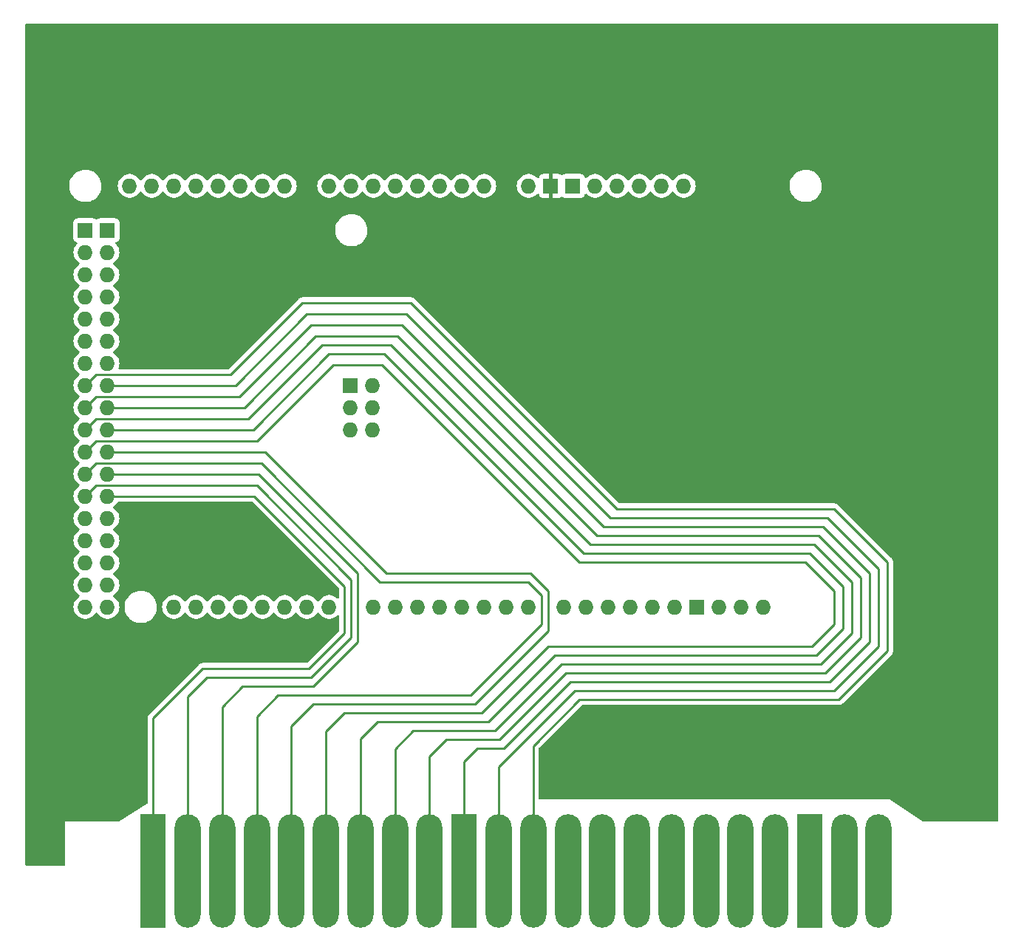
<source format=gbr>
%TF.GenerationSoftware,KiCad,Pcbnew,7.0.10*%
%TF.CreationDate,2024-01-17T10:32:49-06:00*%
%TF.ProjectId,controlSemaforicoMEga,636f6e74-726f-46c5-9365-6d61666f7269,rev?*%
%TF.SameCoordinates,PX4ef7d2aPY852b4f0*%
%TF.FileFunction,Copper,L2,Bot*%
%TF.FilePolarity,Positive*%
%FSLAX46Y46*%
G04 Gerber Fmt 4.6, Leading zero omitted, Abs format (unit mm)*
G04 Created by KiCad (PCBNEW 7.0.10) date 2024-01-17 10:32:49*
%MOMM*%
%LPD*%
G01*
G04 APERTURE LIST*
%TA.AperFunction,ComponentPad*%
%ADD10O,1.727200X1.727200*%
%TD*%
%TA.AperFunction,ComponentPad*%
%ADD11R,1.727200X1.727200*%
%TD*%
%TA.AperFunction,SMDPad,CuDef*%
%ADD12R,3.000000X13.000000*%
%TD*%
%TA.AperFunction,SMDPad,CuDef*%
%ADD13O,3.000000X13.000000*%
%TD*%
%TA.AperFunction,Conductor*%
%ADD14C,0.203200*%
%TD*%
%TA.AperFunction,Conductor*%
%ADD15C,0.250000*%
%TD*%
G04 APERTURE END LIST*
D10*
%TO.P,A1,*%
%TO.N,*%
X76707990Y79186000D03*
%TO.P,A1,3V3,3.3V*%
%TO.N,unconnected-(A1-3.3V-Pad3V3)*%
X69087990Y79186000D03*
%TO.P,A1,5V1,5V*%
%TO.N,unconnected-(A1-5V-Pad5V1)*%
X66547990Y79186000D03*
%TO.P,A1,5V2,SPI_5V*%
%TO.N,unconnected-(A1-SPI_5V-Pad5V2)*%
X38480990Y51246000D03*
%TO.P,A1,5V3,5V*%
%TO.N,VCC*%
X10667990Y30926000D03*
%TO.P,A1,5V4,5V*%
%TO.N,unconnected-(A1-5V-Pad5V4)*%
X8127990Y30926000D03*
%TO.P,A1,A0,A0*%
%TO.N,unconnected-(A1-PadA0)*%
X53847990Y79186000D03*
%TO.P,A1,A1,A1*%
%TO.N,unconnected-(A1-PadA1)*%
X51307990Y79186000D03*
%TO.P,A1,A2,A2*%
%TO.N,unconnected-(A1-PadA2)*%
X48767990Y79186000D03*
%TO.P,A1,A3,A3*%
%TO.N,unconnected-(A1-PadA3)*%
X46227990Y79186000D03*
%TO.P,A1,A4,A4*%
%TO.N,unconnected-(A1-PadA4)*%
X43687990Y79186000D03*
%TO.P,A1,A5,A5*%
%TO.N,unconnected-(A1-PadA5)*%
X41147990Y79186000D03*
%TO.P,A1,A6,A6*%
%TO.N,unconnected-(A1-PadA6)*%
X38607990Y79186000D03*
%TO.P,A1,A7,A7*%
%TO.N,unconnected-(A1-PadA7)*%
X36067990Y79186000D03*
%TO.P,A1,A8,A8*%
%TO.N,unconnected-(A1-PadA8)*%
X30987990Y79186000D03*
%TO.P,A1,A9,A9*%
%TO.N,unconnected-(A1-PadA9)*%
X28447990Y79186000D03*
%TO.P,A1,A10,A10*%
%TO.N,unconnected-(A1-PadA10)*%
X25907990Y79186000D03*
%TO.P,A1,A11,A11*%
%TO.N,unconnected-(A1-PadA11)*%
X23367990Y79186000D03*
%TO.P,A1,A12,A12*%
%TO.N,unconnected-(A1-PadA12)*%
X20827990Y79186000D03*
%TO.P,A1,A13,A13*%
%TO.N,unconnected-(A1-PadA13)*%
X18287990Y79186000D03*
%TO.P,A1,A14,A14*%
%TO.N,unconnected-(A1-PadA14)*%
X15747990Y79186000D03*
%TO.P,A1,A15,A15*%
%TO.N,unconnected-(A1-PadA15)*%
X13207990Y79186000D03*
%TO.P,A1,AREF,AREF*%
%TO.N,unconnected-(A1-PadAREF)*%
X80771990Y30926000D03*
%TO.P,A1,D0,D0/RX0*%
%TO.N,unconnected-(A1-D0{slash}RX0-PadD0)*%
X41147990Y30926000D03*
%TO.P,A1,D1,D1/TX0*%
%TO.N,unconnected-(A1-D1{slash}TX0-PadD1)*%
X43687990Y30926000D03*
%TO.P,A1,D2,D2_INT0*%
%TO.N,Net-(A1-D2_INT0)*%
X46227990Y30926000D03*
%TO.P,A1,D3,D3_INT1*%
%TO.N,Net-(A1-D3_INT1)*%
X48767990Y30926000D03*
%TO.P,A1,D4,D4*%
%TO.N,Net-(J2-Pin_4)*%
X51307990Y30926000D03*
%TO.P,A1,D5,D5*%
%TO.N,Net-(J2-Pin_5)*%
X53847990Y30926000D03*
%TO.P,A1,D6,D6*%
%TO.N,Net-(J2-Pin_6)*%
X56387990Y30926000D03*
%TO.P,A1,D7,D7*%
%TO.N,Net-(J2-Pin_7)*%
X58927990Y30926000D03*
%TO.P,A1,D8,D8*%
%TO.N,Net-(J2-Pin_8)*%
X62991990Y30926000D03*
%TO.P,A1,D9,D9*%
%TO.N,Net-(J2-Pin_9)*%
X65531990Y30926000D03*
%TO.P,A1,D10,D10*%
%TO.N,Net-(J2-Pin_10)*%
X68071990Y30926000D03*
%TO.P,A1,D11,D11*%
%TO.N,Net-(J2-Pin_11)*%
X70611990Y30926000D03*
%TO.P,A1,D12,D12*%
%TO.N,Net-(J2-Pin_12)*%
X73151990Y30926000D03*
%TO.P,A1,D13,D13*%
%TO.N,Net-(J2-Pin_13)*%
X75691990Y30926000D03*
%TO.P,A1,D14,D14/TX3*%
%TO.N,unconnected-(A1-D14{slash}TX3-PadD14)*%
X36067990Y30926000D03*
%TO.P,A1,D15,D15/RX3*%
%TO.N,unconnected-(A1-D15{slash}RX3-PadD15)*%
X33527990Y30926000D03*
%TO.P,A1,D16,D16/TX2*%
%TO.N,unconnected-(A1-D16{slash}TX2-PadD16)*%
X30987990Y30926000D03*
%TO.P,A1,D17,D17/RX2*%
%TO.N,unconnected-(A1-D17{slash}RX2-PadD17)*%
X28447990Y30926000D03*
%TO.P,A1,D18,D18/TX1*%
%TO.N,unconnected-(A1-D18{slash}TX1-PadD18)*%
X25907990Y30926000D03*
%TO.P,A1,D19,D19/RX1*%
%TO.N,unconnected-(A1-D19{slash}RX1-PadD19)*%
X23367990Y30926000D03*
%TO.P,A1,D20,D20/SDA*%
%TO.N,unconnected-(A1-D20{slash}SDA-PadD20)*%
X20827990Y30926000D03*
%TO.P,A1,D21,D21/SCL*%
%TO.N,unconnected-(A1-D21{slash}SCL-PadD21)*%
X18287990Y30926000D03*
%TO.P,A1,D22,D22*%
%TO.N,Net-(J2-Pin_14)*%
X10667990Y33466000D03*
%TO.P,A1,D23,D23*%
%TO.N,Net-(J2-Pin_15)*%
X8127990Y33466000D03*
%TO.P,A1,D24,D24*%
%TO.N,Net-(J2-Pin_16)*%
X10667990Y36006000D03*
%TO.P,A1,D25,D25*%
%TO.N,Net-(J2-Pin_17)*%
X8127990Y36006000D03*
%TO.P,A1,D26,D26*%
%TO.N,Net-(J2-Pin_18)*%
X10667990Y38546000D03*
%TO.P,A1,D27,D27*%
%TO.N,Net-(J2-Pin_19)*%
X8127990Y38546000D03*
%TO.P,A1,D28,D28*%
%TO.N,Net-(J2-Pin_20)*%
X10667990Y41086000D03*
%TO.P,A1,D29,D29*%
%TO.N,Net-(J2-Pin_21)*%
X8127990Y41086000D03*
%TO.P,A1,D30,D30*%
%TO.N,Net-(J2-Pin_23)*%
X10667990Y43626000D03*
%TO.P,A1,D31,D31*%
%TO.N,Net-(J2-Pin_24)*%
X8127990Y43626000D03*
%TO.P,A1,D32,D32*%
%TO.N,Net-(J2-Pin_25)*%
X10667990Y46166000D03*
%TO.P,A1,D33,D33*%
%TO.N,Net-(J2-Pin_26)*%
X8127990Y46166000D03*
%TO.P,A1,D34,D34*%
%TO.N,Net-(J2-Pin_27)*%
X10667990Y48706000D03*
%TO.P,A1,D35,D35*%
%TO.N,Net-(J2-Pin_28)*%
X8127990Y48706000D03*
%TO.P,A1,D36,D36*%
%TO.N,Net-(J2-Pin_29)*%
X10667990Y51246000D03*
%TO.P,A1,D37,D37*%
%TO.N,Net-(J2-Pin_30)*%
X8127990Y51246000D03*
%TO.P,A1,D38,D38*%
%TO.N,Net-(J2-Pin_31)*%
X10667990Y53786000D03*
%TO.P,A1,D39,D39*%
%TO.N,Net-(J2-Pin_32)*%
X8127990Y53786000D03*
%TO.P,A1,D40,D40*%
%TO.N,Net-(J2-Pin_33)*%
X10667990Y56326000D03*
%TO.P,A1,D41,D41*%
%TO.N,Net-(J2-Pin_34)*%
X8127990Y56326000D03*
%TO.P,A1,D42,D42*%
%TO.N,unconnected-(A1-PadD42)*%
X10667990Y58866000D03*
%TO.P,A1,D43,D43*%
%TO.N,unconnected-(A1-PadD43)*%
X8127990Y58866000D03*
%TO.P,A1,D44,D44*%
%TO.N,unconnected-(A1-PadD44)*%
X10667990Y61406000D03*
%TO.P,A1,D45,D45*%
%TO.N,unconnected-(A1-PadD45)*%
X8127990Y61406000D03*
%TO.P,A1,D46,D46*%
%TO.N,unconnected-(A1-PadD46)*%
X10667990Y63946000D03*
%TO.P,A1,D47,D47*%
%TO.N,unconnected-(A1-PadD47)*%
X8127990Y63946000D03*
%TO.P,A1,D48,D48*%
%TO.N,unconnected-(A1-PadD48)*%
X10667990Y66486000D03*
%TO.P,A1,D49,D49*%
%TO.N,unconnected-(A1-PadD49)*%
X8127990Y66486000D03*
%TO.P,A1,D50,D50_MISO*%
%TO.N,unconnected-(A1-D50_MISO-PadD50)*%
X10667990Y69026000D03*
%TO.P,A1,D51,D51_MOSI*%
%TO.N,unconnected-(A1-D51_MOSI-PadD51)*%
X8127990Y69026000D03*
%TO.P,A1,D52,D52_SCK*%
%TO.N,unconnected-(A1-D52_SCK-PadD52)*%
X10667990Y71566000D03*
%TO.P,A1,D53,D53_CS*%
%TO.N,unconnected-(A1-D53_CS-PadD53)*%
X8127990Y71566000D03*
D11*
%TO.P,A1,GND1,GND*%
%TO.N,unconnected-(A1-GND-PadGND1)*%
X78231990Y30926000D03*
%TO.P,A1,GND2,GND*%
%TO.N,unconnected-(A1-GND-PadGND2)*%
X64007990Y79186000D03*
%TO.P,A1,GND3,GND*%
%TO.N,GND*%
X61467990Y79186000D03*
%TO.P,A1,GND4,SPI_GND*%
%TO.N,unconnected-(A1-SPI_GND-PadGND4)*%
X38480990Y56326000D03*
%TO.P,A1,GND5,GND*%
%TO.N,unconnected-(A1-GND-PadGND5)*%
X10667990Y74106000D03*
%TO.P,A1,GND6,GND*%
%TO.N,unconnected-(A1-GND-PadGND6)*%
X8127990Y74106000D03*
D10*
%TO.P,A1,IORF,IOREF*%
%TO.N,unconnected-(A1-IOREF-PadIORF)*%
X74167990Y79186000D03*
%TO.P,A1,MISO,SPI_MISO*%
%TO.N,unconnected-(A1-SPI_MISO-PadMISO)*%
X41020990Y51246000D03*
%TO.P,A1,MOSI,SPI_MOSI*%
%TO.N,unconnected-(A1-SPI_MOSI-PadMOSI)*%
X38480990Y53786000D03*
%TO.P,A1,RST1,RESET*%
%TO.N,unconnected-(A1-RESET-PadRST1)*%
X71627990Y79186000D03*
%TO.P,A1,RST2,SPI_RESET*%
%TO.N,unconnected-(A1-SPI_RESET-PadRST2)*%
X41020990Y56326000D03*
%TO.P,A1,SCK,SPI_SCK*%
%TO.N,unconnected-(A1-SPI_SCK-PadSCK)*%
X41020990Y53786000D03*
%TO.P,A1,SCL,SCL*%
%TO.N,unconnected-(A1-PadSCL)*%
X85851990Y30926000D03*
%TO.P,A1,SDA,SDA*%
%TO.N,unconnected-(A1-PadSDA)*%
X83311990Y30926000D03*
%TO.P,A1,VIN,VIN*%
%TO.N,unconnected-(A1-PadVIN)*%
X58927990Y79186000D03*
%TD*%
D12*
%TO.P,J2,23,Pin_23*%
%TO.N,Net-(J2-Pin_23)*%
X15900000Y700000D03*
D13*
%TO.P,J2,24,Pin_24*%
%TO.N,Net-(J2-Pin_24)*%
X19860000Y700000D03*
%TO.P,J2,25,Pin_25*%
%TO.N,Net-(J2-Pin_25)*%
X23820000Y700000D03*
%TO.P,J2,26,Pin_26*%
%TO.N,Net-(J2-Pin_26)*%
X27780000Y700000D03*
%TO.P,J2,27,Pin_27*%
%TO.N,Net-(J2-Pin_27)*%
X31740000Y700000D03*
%TO.P,J2,28,Pin_28*%
%TO.N,Net-(J2-Pin_28)*%
X35700000Y700000D03*
%TO.P,J2,29,Pin_29*%
%TO.N,Net-(J2-Pin_29)*%
X39660000Y700000D03*
%TO.P,J2,30,Pin_30*%
%TO.N,Net-(J2-Pin_30)*%
X43620000Y700000D03*
%TO.P,J2,31,Pin_31*%
%TO.N,Net-(J2-Pin_31)*%
X47580000Y700000D03*
D12*
%TO.P,J2,32,Pin_32*%
%TO.N,Net-(J2-Pin_32)*%
X51540000Y700000D03*
D13*
%TO.P,J2,33,Pin_33*%
%TO.N,Net-(J2-Pin_33)*%
X55500000Y700000D03*
%TO.P,J2,34,Pin_34*%
%TO.N,Net-(J2-Pin_34)*%
X59460000Y700000D03*
%TO.P,J2,35,Pin_35*%
%TO.N,unconnected-(J2-Pin_35-Pad35)*%
X63420000Y700000D03*
%TO.P,J2,36,Pin_36*%
%TO.N,unconnected-(J2-Pin_36-Pad36)*%
X67379990Y700000D03*
%TO.P,J2,37,Pin_37*%
%TO.N,unconnected-(J2-Pin_37-Pad37)*%
X71339990Y700000D03*
%TO.P,J2,38,Pin_38*%
%TO.N,unconnected-(J2-Pin_38-Pad38)*%
X75299990Y700000D03*
%TO.P,J2,39,Pin_39*%
%TO.N,unconnected-(J2-Pin_39-Pad39)*%
X79259990Y700000D03*
%TO.P,J2,40,Pin_40*%
%TO.N,unconnected-(J2-Pin_40-Pad40)*%
X83219990Y700000D03*
%TO.P,J2,41,Pin_41*%
%TO.N,unconnected-(J2-Pin_41-Pad41)*%
X87179990Y700000D03*
D12*
%TO.P,J2,42,Pin_42*%
%TO.N,unconnected-(J2-Pin_42-Pad42)*%
X91139990Y700000D03*
D13*
%TO.P,J2,43,Pin_43*%
%TO.N,unconnected-(J2-Pin_43-Pad43)*%
X95099990Y700000D03*
%TO.P,J2,44,Pin_44*%
%TO.N,unconnected-(J2-Pin_44-Pad44)*%
X99059990Y700000D03*
%TD*%
D14*
%TO.N,Net-(J2-Pin_4)*%
X51434990Y30926000D02*
X51307990Y30926000D01*
%TO.N,Net-(J2-Pin_5)*%
X53974990Y30926000D02*
X53847990Y30926000D01*
D15*
%TO.N,Net-(J2-Pin_23)*%
X37846000Y33274000D02*
X37846000Y27940000D01*
X10667990Y43626000D02*
X27494000Y43626000D01*
X33782000Y23876000D02*
X21590000Y23876000D01*
X21590000Y23876000D02*
X15900000Y18186000D01*
X15900000Y18186000D02*
X15900000Y700000D01*
X27494000Y43626000D02*
X37846000Y33274000D01*
X37846000Y27940000D02*
X33782000Y23876000D01*
%TO.N,Net-(J2-Pin_24)*%
X38608000Y34036000D02*
X38608000Y27432000D01*
X9366590Y44864600D02*
X27779400Y44864600D01*
X38608000Y27432000D02*
X34036000Y22860000D01*
X19860000Y20622000D02*
X19860000Y700000D01*
X8127990Y43626000D02*
X9366590Y44864600D01*
X22098000Y22860000D02*
X19860000Y20622000D01*
X34036000Y22860000D02*
X22098000Y22860000D01*
X27779400Y44864600D02*
X38608000Y34036000D01*
%TO.N,Net-(J2-Pin_25)*%
X39370000Y26924000D02*
X34290000Y21844000D01*
X26162000Y21844000D02*
X23820000Y19502000D01*
X28002000Y46166000D02*
X39370000Y34798000D01*
X39370000Y34798000D02*
X39370000Y26924000D01*
X23820000Y19502000D02*
X23820000Y700000D01*
X10667990Y46166000D02*
X28002000Y46166000D01*
X34290000Y21844000D02*
X26162000Y21844000D01*
%TO.N,Net-(J2-Pin_26)*%
X52324000Y20828000D02*
X30226000Y20828000D01*
X30226000Y20828000D02*
X27780000Y18382000D01*
X27780000Y18382000D02*
X27780000Y700000D01*
X9366590Y47404600D02*
X28287400Y47404600D01*
X41910000Y33782000D02*
X58928000Y33782000D01*
X60452000Y32258000D02*
X60452000Y28956000D01*
X60452000Y28956000D02*
X52324000Y20828000D01*
X28287400Y47404600D02*
X41910000Y33782000D01*
X58928000Y33782000D02*
X60452000Y32258000D01*
X8127990Y46166000D02*
X9366590Y47404600D01*
%TO.N,Net-(J2-Pin_27)*%
X10667990Y48706000D02*
X28764000Y48706000D01*
X61214000Y32766000D02*
X61214000Y28194000D01*
X61214000Y28194000D02*
X52832000Y19812000D01*
X28764000Y48706000D02*
X42672000Y34798000D01*
X34290000Y19812000D02*
X31750000Y17272000D01*
X31740000Y11166000D02*
X31740000Y700000D01*
X31750000Y11176000D02*
X31740000Y11166000D01*
X59182000Y34798000D02*
X61214000Y32766000D01*
X42672000Y34798000D02*
X59182000Y34798000D01*
X31750000Y17272000D02*
X31750000Y11176000D01*
X52832000Y19812000D02*
X34290000Y19812000D01*
%TO.N,Net-(J2-Pin_28)*%
X42164000Y58674000D02*
X64770000Y36068000D01*
X61214000Y26416000D02*
X53594000Y18796000D01*
X53594000Y18796000D02*
X37846000Y18796000D01*
X64770000Y36068000D02*
X90678000Y36068000D01*
X9366590Y49944600D02*
X27846600Y49944600D01*
X8127990Y48706000D02*
X9366590Y49944600D01*
X90678000Y36068000D02*
X93980000Y32766000D01*
X37846000Y18796000D02*
X35700000Y16650000D01*
X91440000Y26416000D02*
X61214000Y26416000D01*
X36576000Y58674000D02*
X42164000Y58674000D01*
X27846600Y49944600D02*
X36576000Y58674000D01*
X93980000Y28956000D02*
X91440000Y26416000D01*
X35700000Y16650000D02*
X35700000Y700000D01*
X93980000Y32766000D02*
X93980000Y28956000D01*
%TO.N,Net-(J2-Pin_29)*%
X91186000Y37084000D02*
X94996000Y33274000D01*
X91948000Y25400000D02*
X61976000Y25400000D01*
X54356000Y17780000D02*
X41656000Y17780000D01*
X41656000Y17780000D02*
X39660000Y15784000D01*
X10667990Y51246000D02*
X27370000Y51246000D01*
X27370000Y51246000D02*
X36068000Y59944000D01*
X94996000Y33274000D02*
X94996000Y28448000D01*
X65278000Y37084000D02*
X91186000Y37084000D01*
X36068000Y59944000D02*
X42418000Y59944000D01*
X61976000Y25400000D02*
X54356000Y17780000D01*
X94996000Y28448000D02*
X91948000Y25400000D01*
X42418000Y59944000D02*
X65278000Y37084000D01*
X39660000Y15784000D02*
X39660000Y700000D01*
%TO.N,Net-(J2-Pin_30)*%
X91694000Y38100000D02*
X96012000Y33782000D01*
X62738000Y24384000D02*
X55118000Y16764000D01*
X96012000Y27940000D02*
X92456000Y24384000D01*
X55118000Y16764000D02*
X45720000Y16764000D01*
X35306000Y60960000D02*
X43180000Y60960000D01*
X45720000Y16764000D02*
X43620000Y14664000D01*
X43180000Y60960000D02*
X66040000Y38100000D01*
X66040000Y38100000D02*
X91694000Y38100000D01*
X92456000Y24384000D02*
X62738000Y24384000D01*
X96012000Y33782000D02*
X96012000Y27940000D01*
X26830600Y52484600D02*
X35306000Y60960000D01*
X8127990Y51246000D02*
X9366590Y52484600D01*
X43620000Y14664000D02*
X43620000Y700000D01*
X9366590Y52484600D02*
X26830600Y52484600D01*
%TO.N,Net-(J2-Pin_31)*%
X63246000Y23368000D02*
X55626000Y15748000D01*
X97028000Y34290000D02*
X97028000Y27432000D01*
X55626000Y15748000D02*
X49530000Y15748000D01*
X43942000Y61976000D02*
X66802000Y39116000D01*
X92202000Y39116000D02*
X97028000Y34290000D01*
X26354000Y53786000D02*
X34544000Y61976000D01*
X34544000Y61976000D02*
X43942000Y61976000D01*
X66802000Y39116000D02*
X92202000Y39116000D01*
X49530000Y15748000D02*
X47580000Y13798000D01*
X92964000Y23368000D02*
X63246000Y23368000D01*
X10667990Y53786000D02*
X26354000Y53786000D01*
X97028000Y27432000D02*
X92964000Y23368000D01*
X47580000Y13798000D02*
X47580000Y700000D01*
%TO.N,Net-(J2-Pin_32)*%
X25814600Y55024600D02*
X34036000Y63246000D01*
X44450000Y63246000D02*
X67564000Y40132000D01*
X34036000Y63246000D02*
X44450000Y63246000D01*
X92710000Y40132000D02*
X98044000Y34798000D01*
X67564000Y40132000D02*
X92710000Y40132000D01*
X56134000Y14732000D02*
X53086000Y14732000D01*
X63754000Y22352000D02*
X56134000Y14732000D01*
X53086000Y14732000D02*
X51540000Y13186000D01*
X98044000Y34798000D02*
X98044000Y26924000D01*
X98044000Y26924000D02*
X93472000Y22352000D01*
X8127990Y53786000D02*
X9366590Y55024600D01*
X9366590Y55024600D02*
X25814600Y55024600D01*
X93472000Y22352000D02*
X63754000Y22352000D01*
X51540000Y13186000D02*
X51540000Y700000D01*
%TO.N,Net-(J2-Pin_33)*%
X55500000Y12574000D02*
X55500000Y700000D01*
X44958000Y64516000D02*
X68326000Y41148000D01*
X99060000Y26416000D02*
X93980000Y21336000D01*
X99060000Y35306000D02*
X99060000Y26416000D01*
X25338000Y56326000D02*
X33528000Y64516000D01*
X93218000Y41148000D02*
X99060000Y35306000D01*
X33528000Y64516000D02*
X44958000Y64516000D01*
X10667990Y56326000D02*
X25338000Y56326000D01*
X64262000Y21336000D02*
X55500000Y12574000D01*
X93980000Y21336000D02*
X64262000Y21336000D01*
X68326000Y41148000D02*
X93218000Y41148000D01*
%TO.N,Net-(J2-Pin_34)*%
X93980000Y42164000D02*
X100076000Y36068000D01*
X100076000Y25908000D02*
X94488000Y20320000D01*
X94488000Y20320000D02*
X64770000Y20320000D01*
X9366590Y57564600D02*
X24798600Y57564600D01*
X45466000Y65786000D02*
X69088000Y42164000D01*
X59460000Y15010000D02*
X59460000Y700000D01*
X24798600Y57564600D02*
X33020000Y65786000D01*
X100076000Y36068000D02*
X100076000Y25908000D01*
X33020000Y65786000D02*
X45466000Y65786000D01*
X69088000Y42164000D02*
X93980000Y42164000D01*
X8127990Y56326000D02*
X9366590Y57564600D01*
X64770000Y20320000D02*
X59460000Y15010000D01*
%TD*%
%TA.AperFunction,Conductor*%
%TO.N,GND*%
G36*
X112719039Y97770315D02*
G01*
X112764794Y97717511D01*
X112776000Y97666000D01*
X112776000Y6474000D01*
X112756315Y6406961D01*
X112703511Y6361206D01*
X112652000Y6350000D01*
X104177544Y6350000D01*
X104110505Y6369685D01*
X104108761Y6370826D01*
X100330000Y8890000D01*
X60209500Y8890000D01*
X60142461Y8909685D01*
X60096706Y8962489D01*
X60085500Y9014000D01*
X60085500Y14699548D01*
X60105185Y14766587D01*
X60121819Y14787229D01*
X64992772Y19658181D01*
X65054095Y19691666D01*
X65080453Y19694500D01*
X94405257Y19694500D01*
X94420877Y19692776D01*
X94420904Y19693061D01*
X94428660Y19692329D01*
X94428667Y19692327D01*
X94495873Y19694439D01*
X94499768Y19694500D01*
X94527346Y19694500D01*
X94527350Y19694500D01*
X94531324Y19695003D01*
X94542963Y19695920D01*
X94586627Y19697291D01*
X94605869Y19702883D01*
X94624912Y19706826D01*
X94644792Y19709336D01*
X94685401Y19725415D01*
X94696444Y19729197D01*
X94738390Y19741382D01*
X94755629Y19751578D01*
X94773103Y19760138D01*
X94791727Y19767512D01*
X94791727Y19767513D01*
X94791732Y19767514D01*
X94827083Y19793200D01*
X94836814Y19799592D01*
X94874420Y19821830D01*
X94888589Y19836001D01*
X94903379Y19848632D01*
X94919587Y19860406D01*
X94947438Y19894074D01*
X94955279Y19902691D01*
X100459788Y25407199D01*
X100472042Y25417014D01*
X100471859Y25417236D01*
X100477868Y25422209D01*
X100477877Y25422214D01*
X100523949Y25471278D01*
X100526566Y25473977D01*
X100546120Y25493529D01*
X100548576Y25496697D01*
X100556156Y25505573D01*
X100586062Y25537418D01*
X100595713Y25554976D01*
X100606396Y25571239D01*
X100618673Y25587064D01*
X100636021Y25627156D01*
X100641151Y25637629D01*
X100662197Y25675908D01*
X100667180Y25695320D01*
X100673481Y25713720D01*
X100681437Y25732104D01*
X100688270Y25775252D01*
X100690633Y25786662D01*
X100701500Y25828981D01*
X100701500Y25849017D01*
X100703027Y25868418D01*
X100706160Y25888196D01*
X100702050Y25931676D01*
X100701500Y25943345D01*
X100701500Y35985258D01*
X100703224Y36000878D01*
X100702939Y36000904D01*
X100703671Y36008660D01*
X100703673Y36008667D01*
X100701561Y36075874D01*
X100701500Y36079769D01*
X100701500Y36107346D01*
X100701500Y36107350D01*
X100700996Y36111335D01*
X100700080Y36122979D01*
X100698709Y36166627D01*
X100693122Y36185856D01*
X100689174Y36204916D01*
X100686663Y36224796D01*
X100670588Y36265396D01*
X100666804Y36276448D01*
X100654618Y36318391D01*
X100654616Y36318394D01*
X100644423Y36335629D01*
X100635861Y36353106D01*
X100628487Y36371731D01*
X100602816Y36407063D01*
X100596405Y36416823D01*
X100574170Y36454420D01*
X100574168Y36454422D01*
X100574165Y36454426D01*
X100560006Y36468585D01*
X100547368Y36483381D01*
X100535594Y36499587D01*
X100527178Y36506549D01*
X100501940Y36527428D01*
X100493299Y36535291D01*
X94480803Y42547788D01*
X94470980Y42560050D01*
X94470759Y42559866D01*
X94465786Y42565878D01*
X94416776Y42611901D01*
X94413977Y42614614D01*
X94394477Y42634115D01*
X94394471Y42634120D01*
X94391286Y42636591D01*
X94382434Y42644152D01*
X94350582Y42674062D01*
X94350580Y42674064D01*
X94350577Y42674065D01*
X94333029Y42683712D01*
X94316763Y42694396D01*
X94300932Y42706676D01*
X94260849Y42724022D01*
X94250363Y42729159D01*
X94212094Y42750197D01*
X94212092Y42750198D01*
X94192693Y42755178D01*
X94174281Y42761482D01*
X94155898Y42769438D01*
X94155892Y42769440D01*
X94112760Y42776271D01*
X94101322Y42778639D01*
X94059020Y42789500D01*
X94059019Y42789500D01*
X94038984Y42789500D01*
X94019586Y42791027D01*
X94012162Y42792203D01*
X93999805Y42794160D01*
X93999804Y42794160D01*
X93956325Y42790050D01*
X93944656Y42789500D01*
X69398452Y42789500D01*
X69331413Y42809185D01*
X69310771Y42825819D01*
X57641558Y54495032D01*
X45966803Y66169788D01*
X45956980Y66182050D01*
X45956759Y66181866D01*
X45951786Y66187878D01*
X45902776Y66233901D01*
X45899977Y66236614D01*
X45880477Y66256115D01*
X45880471Y66256120D01*
X45877286Y66258591D01*
X45868434Y66266152D01*
X45836582Y66296062D01*
X45836580Y66296064D01*
X45836577Y66296065D01*
X45819029Y66305712D01*
X45802763Y66316396D01*
X45786932Y66328676D01*
X45746849Y66346022D01*
X45736363Y66351159D01*
X45698094Y66372197D01*
X45698092Y66372198D01*
X45678693Y66377178D01*
X45660281Y66383482D01*
X45641898Y66391438D01*
X45641892Y66391440D01*
X45598760Y66398271D01*
X45587322Y66400639D01*
X45545020Y66411500D01*
X45545019Y66411500D01*
X45524984Y66411500D01*
X45505586Y66413027D01*
X45498162Y66414203D01*
X45485805Y66416160D01*
X45485804Y66416160D01*
X45442325Y66412050D01*
X45430656Y66411500D01*
X33102737Y66411500D01*
X33087120Y66413224D01*
X33087093Y66412938D01*
X33079331Y66413673D01*
X33012144Y66411561D01*
X33008250Y66411500D01*
X32980650Y66411500D01*
X32976962Y66411035D01*
X32976649Y66410995D01*
X32965031Y66410082D01*
X32921372Y66408710D01*
X32921369Y66408709D01*
X32902126Y66403119D01*
X32883083Y66399175D01*
X32863204Y66396664D01*
X32863203Y66396663D01*
X32822593Y66380585D01*
X32811548Y66376803D01*
X32769608Y66364617D01*
X32769604Y66364615D01*
X32752365Y66354420D01*
X32734898Y66345863D01*
X32716269Y66338488D01*
X32716267Y66338486D01*
X32680926Y66312811D01*
X32671168Y66306401D01*
X32633580Y66284172D01*
X32619408Y66270000D01*
X32604623Y66257372D01*
X32588412Y66245593D01*
X32560571Y66211941D01*
X32552711Y66203304D01*
X24575828Y58226419D01*
X24514505Y58192934D01*
X24488147Y58190100D01*
X12050870Y58190100D01*
X11983831Y58209785D01*
X11938076Y58262589D01*
X11928132Y58331747D01*
X11937314Y58363909D01*
X11962600Y58421557D01*
X11962599Y58421557D01*
X11962601Y58421559D01*
X12018097Y58640707D01*
X12036765Y58866000D01*
X12036765Y58866007D01*
X12018097Y59091290D01*
X12018097Y59091293D01*
X11962601Y59310441D01*
X11871792Y59517465D01*
X11748146Y59706719D01*
X11748143Y59706722D01*
X11748139Y59706728D01*
X11595039Y59873037D01*
X11595038Y59873038D01*
X11595036Y59873040D01*
X11416639Y60011893D01*
X11416637Y60011894D01*
X11416636Y60011895D01*
X11416629Y60011900D01*
X11388826Y60026945D01*
X11339234Y60076163D01*
X11324125Y60144380D01*
X11348296Y60209936D01*
X11388826Y60245055D01*
X11416629Y60260101D01*
X11416632Y60260104D01*
X11416639Y60260107D01*
X11595036Y60398960D01*
X11748146Y60565281D01*
X11871792Y60754535D01*
X11962601Y60961559D01*
X12018097Y61180707D01*
X12025564Y61270825D01*
X12036765Y61405994D01*
X12036765Y61406007D01*
X12018097Y61631290D01*
X12018097Y61631293D01*
X11962601Y61850441D01*
X11871792Y62057465D01*
X11748146Y62246719D01*
X11748143Y62246722D01*
X11748139Y62246728D01*
X11595039Y62413037D01*
X11595038Y62413038D01*
X11595036Y62413040D01*
X11416639Y62551893D01*
X11416637Y62551894D01*
X11416636Y62551895D01*
X11416629Y62551900D01*
X11388826Y62566945D01*
X11339234Y62616163D01*
X11324125Y62684380D01*
X11348296Y62749936D01*
X11388826Y62785055D01*
X11416629Y62800101D01*
X11416632Y62800104D01*
X11416639Y62800107D01*
X11595036Y62938960D01*
X11748146Y63105281D01*
X11871792Y63294535D01*
X11962601Y63501559D01*
X12018097Y63720707D01*
X12027949Y63839605D01*
X12036765Y63945994D01*
X12036765Y63946007D01*
X12018097Y64171290D01*
X12018097Y64171293D01*
X11962601Y64390441D01*
X11871792Y64597465D01*
X11748146Y64786719D01*
X11748143Y64786722D01*
X11748139Y64786728D01*
X11595039Y64953037D01*
X11595038Y64953038D01*
X11595036Y64953040D01*
X11416639Y65091893D01*
X11416637Y65091894D01*
X11416636Y65091895D01*
X11416629Y65091900D01*
X11388826Y65106945D01*
X11339234Y65156163D01*
X11324125Y65224380D01*
X11348296Y65289936D01*
X11388826Y65325055D01*
X11416629Y65340101D01*
X11416632Y65340104D01*
X11416639Y65340107D01*
X11595036Y65478960D01*
X11748146Y65645281D01*
X11871792Y65834535D01*
X11962601Y66041559D01*
X12018097Y66260707D01*
X12028270Y66383482D01*
X12036765Y66485994D01*
X12036765Y66486007D01*
X12018097Y66711290D01*
X12018097Y66711293D01*
X11962601Y66930441D01*
X11871792Y67137465D01*
X11748146Y67326719D01*
X11748143Y67326722D01*
X11748139Y67326728D01*
X11595039Y67493037D01*
X11595038Y67493038D01*
X11595036Y67493040D01*
X11416639Y67631893D01*
X11416637Y67631894D01*
X11416636Y67631895D01*
X11416629Y67631900D01*
X11388826Y67646945D01*
X11339234Y67696163D01*
X11324125Y67764380D01*
X11348296Y67829936D01*
X11388826Y67865055D01*
X11416629Y67880101D01*
X11416632Y67880104D01*
X11416639Y67880107D01*
X11595036Y68018960D01*
X11748146Y68185281D01*
X11871792Y68374535D01*
X11962601Y68581559D01*
X12018097Y68800707D01*
X12036765Y69026000D01*
X12036765Y69026007D01*
X12018097Y69251290D01*
X12018097Y69251293D01*
X11962601Y69470441D01*
X11871792Y69677465D01*
X11748146Y69866719D01*
X11748143Y69866722D01*
X11748139Y69866728D01*
X11595039Y70033037D01*
X11595038Y70033038D01*
X11595036Y70033040D01*
X11416639Y70171893D01*
X11416637Y70171894D01*
X11416636Y70171895D01*
X11416629Y70171900D01*
X11388826Y70186945D01*
X11339234Y70236163D01*
X11324125Y70304380D01*
X11348296Y70369936D01*
X11388826Y70405055D01*
X11416629Y70420101D01*
X11416632Y70420104D01*
X11416639Y70420107D01*
X11595036Y70558960D01*
X11748146Y70725281D01*
X11871792Y70914535D01*
X11962601Y71121559D01*
X12018097Y71340707D01*
X12036765Y71566000D01*
X12036765Y71566007D01*
X12018097Y71791290D01*
X12018097Y71791293D01*
X11962601Y72010441D01*
X11871792Y72217465D01*
X11846942Y72255500D01*
X11748147Y72406717D01*
X11748139Y72406728D01*
X11611110Y72555579D01*
X11580187Y72618233D01*
X11588047Y72687659D01*
X11632194Y72741815D01*
X11659007Y72755744D01*
X11773916Y72798602D01*
X11773916Y72798603D01*
X11773921Y72798604D01*
X11889136Y72884854D01*
X11975386Y73000069D01*
X12025681Y73134917D01*
X12032090Y73194527D01*
X12032090Y74038237D01*
X36753777Y74038237D01*
X36783403Y73768987D01*
X36783405Y73768976D01*
X36851916Y73506918D01*
X36851918Y73506912D01*
X36957860Y73257610D01*
X37029988Y73139425D01*
X37098969Y73026395D01*
X37098976Y73026385D01*
X37272243Y72818181D01*
X37272249Y72818176D01*
X37433639Y72673571D01*
X37473988Y72637418D01*
X37699900Y72487956D01*
X37945166Y72372980D01*
X37945173Y72372978D01*
X37945175Y72372977D01*
X38204547Y72294943D01*
X38204554Y72294942D01*
X38204559Y72294940D01*
X38472551Y72255500D01*
X38472556Y72255500D01*
X38675619Y72255500D01*
X38675621Y72255500D01*
X38675626Y72255501D01*
X38675638Y72255501D01*
X38713181Y72258250D01*
X38878146Y72270323D01*
X38990748Y72295407D01*
X39142536Y72329218D01*
X39142538Y72329219D01*
X39142543Y72329220D01*
X39395548Y72425986D01*
X39631767Y72558559D01*
X39846167Y72724112D01*
X40034176Y72919119D01*
X40191789Y73139421D01*
X40265777Y73283331D01*
X40315639Y73380310D01*
X40315641Y73380316D01*
X40315646Y73380325D01*
X40403108Y73636695D01*
X40452309Y73903067D01*
X40462202Y74173765D01*
X40432576Y74443018D01*
X40364062Y74705088D01*
X40258120Y74954390D01*
X40117008Y75185610D01*
X40095104Y75211931D01*
X39943736Y75393820D01*
X39943730Y75393825D01*
X39741992Y75574582D01*
X39516082Y75724043D01*
X39516080Y75724044D01*
X39270814Y75839020D01*
X39270809Y75839022D01*
X39270804Y75839024D01*
X39011432Y75917058D01*
X39011418Y75917061D01*
X38895781Y75934079D01*
X38743429Y75956500D01*
X38540359Y75956500D01*
X38540341Y75956500D01*
X38337834Y75941677D01*
X38337821Y75941675D01*
X38073443Y75882783D01*
X38073436Y75882780D01*
X37820429Y75786013D01*
X37584216Y75653443D01*
X37369812Y75487888D01*
X37181812Y75292891D01*
X37181806Y75292884D01*
X37024192Y75072581D01*
X37024189Y75072576D01*
X36900340Y74831691D01*
X36900333Y74831673D01*
X36812874Y74575315D01*
X36812871Y74575301D01*
X36763671Y74308932D01*
X36763670Y74308925D01*
X36753777Y74038237D01*
X12032090Y74038237D01*
X12032089Y75017472D01*
X12026889Y75065843D01*
X12025681Y75077084D01*
X11975387Y75211929D01*
X11975383Y75211936D01*
X11889137Y75327145D01*
X11889134Y75327148D01*
X11773925Y75413394D01*
X11773918Y75413398D01*
X11639072Y75463692D01*
X11639073Y75463692D01*
X11579473Y75470099D01*
X11579471Y75470100D01*
X11579463Y75470100D01*
X11579454Y75470100D01*
X9756519Y75470100D01*
X9756513Y75470099D01*
X9696906Y75463692D01*
X9562061Y75413398D01*
X9562059Y75413397D01*
X9472301Y75346203D01*
X9406837Y75321786D01*
X9338564Y75336637D01*
X9323679Y75346203D01*
X9233920Y75413397D01*
X9233918Y75413398D01*
X9099072Y75463692D01*
X9099073Y75463692D01*
X9039473Y75470099D01*
X9039471Y75470100D01*
X9039463Y75470100D01*
X9039454Y75470100D01*
X7216519Y75470100D01*
X7216513Y75470099D01*
X7156906Y75463692D01*
X7022061Y75413398D01*
X7022054Y75413394D01*
X6906845Y75327148D01*
X6906842Y75327145D01*
X6820596Y75211936D01*
X6820592Y75211929D01*
X6770298Y75077083D01*
X6763891Y75017484D01*
X6763891Y75017477D01*
X6763890Y75017465D01*
X6763890Y73194530D01*
X6763891Y73194524D01*
X6770298Y73134917D01*
X6820592Y73000072D01*
X6820596Y73000065D01*
X6906842Y72884856D01*
X6906845Y72884853D01*
X7022054Y72798607D01*
X7022061Y72798603D01*
X7136973Y72755744D01*
X7192906Y72713873D01*
X7217324Y72648409D01*
X7202473Y72580136D01*
X7184870Y72555579D01*
X7047835Y72406721D01*
X7047832Y72406717D01*
X6924188Y72217467D01*
X6833378Y72010440D01*
X6777882Y71791290D01*
X6759215Y71566007D01*
X6759215Y71565994D01*
X6777882Y71340711D01*
X6833378Y71121561D01*
X6924188Y70914534D01*
X7047832Y70725284D01*
X7047840Y70725273D01*
X7200940Y70558964D01*
X7200944Y70558960D01*
X7379341Y70420107D01*
X7407155Y70405055D01*
X7456745Y70355835D01*
X7471853Y70287618D01*
X7447682Y70222063D01*
X7407155Y70186945D01*
X7379342Y70171894D01*
X7200945Y70033041D01*
X7200940Y70033037D01*
X7047840Y69866728D01*
X7047832Y69866717D01*
X6924188Y69677467D01*
X6833378Y69470440D01*
X6777882Y69251290D01*
X6759215Y69026007D01*
X6759215Y69025994D01*
X6777882Y68800711D01*
X6833378Y68581561D01*
X6924188Y68374534D01*
X7047832Y68185284D01*
X7047840Y68185273D01*
X7200940Y68018964D01*
X7200944Y68018960D01*
X7379341Y67880107D01*
X7407155Y67865055D01*
X7456745Y67815835D01*
X7471853Y67747618D01*
X7447682Y67682063D01*
X7407155Y67646945D01*
X7379342Y67631894D01*
X7200945Y67493041D01*
X7200940Y67493037D01*
X7047840Y67326728D01*
X7047832Y67326717D01*
X6924188Y67137467D01*
X6833378Y66930440D01*
X6777882Y66711290D01*
X6759215Y66486007D01*
X6759215Y66485994D01*
X6777882Y66260711D01*
X6833378Y66041561D01*
X6924188Y65834534D01*
X7047832Y65645284D01*
X7047840Y65645273D01*
X7200940Y65478964D01*
X7200944Y65478960D01*
X7379341Y65340107D01*
X7407155Y65325055D01*
X7456745Y65275835D01*
X7471853Y65207618D01*
X7447682Y65142063D01*
X7407155Y65106945D01*
X7379342Y65091894D01*
X7200945Y64953041D01*
X7200940Y64953037D01*
X7047840Y64786728D01*
X7047832Y64786717D01*
X6924188Y64597467D01*
X6833378Y64390440D01*
X6777882Y64171290D01*
X6759215Y63946007D01*
X6759215Y63945994D01*
X6777882Y63720711D01*
X6833378Y63501561D01*
X6924188Y63294534D01*
X7047832Y63105284D01*
X7047840Y63105273D01*
X7200940Y62938964D01*
X7200944Y62938960D01*
X7379341Y62800107D01*
X7407155Y62785055D01*
X7456745Y62735835D01*
X7471853Y62667618D01*
X7447682Y62602063D01*
X7407155Y62566945D01*
X7379342Y62551894D01*
X7200945Y62413041D01*
X7200940Y62413037D01*
X7047840Y62246728D01*
X7047832Y62246717D01*
X6924188Y62057467D01*
X6833378Y61850440D01*
X6777882Y61631290D01*
X6759215Y61406007D01*
X6759215Y61405994D01*
X6777882Y61180711D01*
X6833378Y60961561D01*
X6924188Y60754534D01*
X7047832Y60565284D01*
X7047840Y60565273D01*
X7200940Y60398964D01*
X7200944Y60398960D01*
X7379341Y60260107D01*
X7407155Y60245055D01*
X7456745Y60195835D01*
X7471853Y60127618D01*
X7447682Y60062063D01*
X7407155Y60026945D01*
X7379342Y60011894D01*
X7200945Y59873041D01*
X7200940Y59873037D01*
X7047840Y59706728D01*
X7047832Y59706717D01*
X6924188Y59517467D01*
X6833378Y59310440D01*
X6777882Y59091290D01*
X6759215Y58866007D01*
X6759215Y58865994D01*
X6777882Y58640711D01*
X6833378Y58421561D01*
X6924188Y58214534D01*
X7047832Y58025284D01*
X7047840Y58025273D01*
X7200940Y57858964D01*
X7200944Y57858960D01*
X7379341Y57720107D01*
X7407155Y57705055D01*
X7456745Y57655835D01*
X7471853Y57587618D01*
X7447682Y57522063D01*
X7407155Y57486945D01*
X7379342Y57471894D01*
X7200945Y57333041D01*
X7200940Y57333037D01*
X7047840Y57166728D01*
X7047832Y57166717D01*
X6924188Y56977467D01*
X6833378Y56770440D01*
X6777882Y56551290D01*
X6759215Y56326007D01*
X6759215Y56325994D01*
X6777882Y56100711D01*
X6833378Y55881561D01*
X6924188Y55674534D01*
X7047832Y55485284D01*
X7047840Y55485273D01*
X7200940Y55318964D01*
X7200944Y55318960D01*
X7379341Y55180107D01*
X7407155Y55165055D01*
X7456745Y55115835D01*
X7471853Y55047618D01*
X7447682Y54982063D01*
X7407155Y54946945D01*
X7379342Y54931894D01*
X7200945Y54793041D01*
X7200940Y54793037D01*
X7047840Y54626728D01*
X7047832Y54626717D01*
X6924188Y54437467D01*
X6833378Y54230440D01*
X6777882Y54011290D01*
X6759215Y53786007D01*
X6759215Y53785994D01*
X6777882Y53560711D01*
X6833378Y53341561D01*
X6924188Y53134534D01*
X7047832Y52945284D01*
X7047840Y52945273D01*
X7200940Y52778964D01*
X7200944Y52778960D01*
X7379341Y52640107D01*
X7407155Y52625055D01*
X7456745Y52575835D01*
X7471853Y52507618D01*
X7447682Y52442063D01*
X7407155Y52406945D01*
X7379342Y52391894D01*
X7200945Y52253041D01*
X7200940Y52253037D01*
X7047840Y52086728D01*
X7047832Y52086717D01*
X6924188Y51897467D01*
X6833378Y51690440D01*
X6777882Y51471290D01*
X6759215Y51246007D01*
X6759215Y51245994D01*
X6777882Y51020711D01*
X6833378Y50801561D01*
X6924188Y50594534D01*
X7047832Y50405284D01*
X7047840Y50405273D01*
X7200940Y50238964D01*
X7200944Y50238960D01*
X7379341Y50100107D01*
X7407155Y50085055D01*
X7456745Y50035835D01*
X7471853Y49967618D01*
X7447682Y49902063D01*
X7407155Y49866945D01*
X7379342Y49851894D01*
X7200945Y49713041D01*
X7200940Y49713037D01*
X7047840Y49546728D01*
X7047832Y49546717D01*
X6924188Y49357467D01*
X6833378Y49150440D01*
X6777882Y48931290D01*
X6759215Y48706007D01*
X6759215Y48705994D01*
X6777882Y48480711D01*
X6833378Y48261561D01*
X6924188Y48054534D01*
X7047832Y47865284D01*
X7047840Y47865273D01*
X7187611Y47713443D01*
X7200944Y47698960D01*
X7379341Y47560107D01*
X7401920Y47547888D01*
X7407155Y47545055D01*
X7456745Y47495835D01*
X7471853Y47427618D01*
X7447682Y47362063D01*
X7407155Y47326945D01*
X7379342Y47311894D01*
X7200945Y47173041D01*
X7200940Y47173037D01*
X7047840Y47006728D01*
X7047832Y47006717D01*
X6924188Y46817467D01*
X6833378Y46610440D01*
X6777882Y46391290D01*
X6759215Y46166007D01*
X6759215Y46165994D01*
X6777882Y45940711D01*
X6833378Y45721561D01*
X6924188Y45514534D01*
X7047832Y45325284D01*
X7047840Y45325273D01*
X7200940Y45158964D01*
X7200944Y45158960D01*
X7379341Y45020107D01*
X7407155Y45005055D01*
X7456745Y44955835D01*
X7471853Y44887618D01*
X7447682Y44822063D01*
X7407155Y44786945D01*
X7379342Y44771894D01*
X7200945Y44633041D01*
X7200940Y44633037D01*
X7047840Y44466728D01*
X7047832Y44466717D01*
X6924188Y44277467D01*
X6833378Y44070440D01*
X6777882Y43851290D01*
X6759215Y43626007D01*
X6759215Y43625994D01*
X6777882Y43400711D01*
X6833378Y43181561D01*
X6924188Y42974534D01*
X7047832Y42785284D01*
X7047840Y42785273D01*
X7200940Y42618964D01*
X7200944Y42618960D01*
X7379341Y42480107D01*
X7407155Y42465055D01*
X7456745Y42415835D01*
X7471853Y42347618D01*
X7447682Y42282063D01*
X7407155Y42246945D01*
X7379342Y42231894D01*
X7200945Y42093041D01*
X7200940Y42093037D01*
X7047840Y41926728D01*
X7047832Y41926717D01*
X6924188Y41737467D01*
X6833378Y41530440D01*
X6777882Y41311290D01*
X6759215Y41086007D01*
X6759215Y41085994D01*
X6777882Y40860711D01*
X6833378Y40641561D01*
X6924188Y40434534D01*
X7047832Y40245284D01*
X7047840Y40245273D01*
X7200940Y40078964D01*
X7200944Y40078960D01*
X7379341Y39940107D01*
X7407155Y39925055D01*
X7456745Y39875835D01*
X7471853Y39807618D01*
X7447682Y39742063D01*
X7407155Y39706945D01*
X7379342Y39691894D01*
X7200945Y39553041D01*
X7200940Y39553037D01*
X7047840Y39386728D01*
X7047832Y39386717D01*
X6924188Y39197467D01*
X6833378Y38990440D01*
X6777882Y38771290D01*
X6759215Y38546007D01*
X6759215Y38545994D01*
X6777882Y38320711D01*
X6833378Y38101561D01*
X6924188Y37894534D01*
X7047832Y37705284D01*
X7047840Y37705273D01*
X7200940Y37538964D01*
X7200944Y37538960D01*
X7379341Y37400107D01*
X7407155Y37385055D01*
X7456745Y37335835D01*
X7471853Y37267618D01*
X7447682Y37202063D01*
X7407155Y37166945D01*
X7379342Y37151894D01*
X7200945Y37013041D01*
X7200940Y37013037D01*
X7047840Y36846728D01*
X7047832Y36846717D01*
X6924188Y36657467D01*
X6833378Y36450440D01*
X6777882Y36231290D01*
X6759215Y36006007D01*
X6759215Y36005994D01*
X6777882Y35780711D01*
X6833378Y35561561D01*
X6924188Y35354534D01*
X7047832Y35165284D01*
X7047840Y35165273D01*
X7200940Y34998964D01*
X7200944Y34998960D01*
X7379341Y34860107D01*
X7407155Y34845055D01*
X7456745Y34795835D01*
X7471853Y34727618D01*
X7447682Y34662063D01*
X7407155Y34626945D01*
X7379342Y34611894D01*
X7200945Y34473041D01*
X7200940Y34473037D01*
X7047840Y34306728D01*
X7047832Y34306717D01*
X6924188Y34117467D01*
X6833378Y33910440D01*
X6777882Y33691290D01*
X6759215Y33466007D01*
X6759215Y33465994D01*
X6777882Y33240711D01*
X6833378Y33021561D01*
X6924188Y32814534D01*
X7047832Y32625284D01*
X7047840Y32625273D01*
X7200940Y32458964D01*
X7200944Y32458960D01*
X7379341Y32320107D01*
X7401920Y32307888D01*
X7407155Y32305055D01*
X7456745Y32255835D01*
X7471853Y32187618D01*
X7447682Y32122063D01*
X7407155Y32086945D01*
X7379342Y32071894D01*
X7200945Y31933041D01*
X7200940Y31933037D01*
X7047840Y31766728D01*
X7047832Y31766717D01*
X6924188Y31577467D01*
X6833378Y31370440D01*
X6777882Y31151290D01*
X6759215Y30926007D01*
X6759215Y30925994D01*
X6777882Y30700711D01*
X6833378Y30481561D01*
X6924188Y30274534D01*
X7047832Y30085284D01*
X7047840Y30085273D01*
X7200940Y29918964D01*
X7200944Y29918960D01*
X7379341Y29780107D01*
X7578159Y29672512D01*
X7578162Y29672511D01*
X7791972Y29599110D01*
X7791974Y29599110D01*
X7791976Y29599109D01*
X8014957Y29561900D01*
X8014958Y29561900D01*
X8241022Y29561900D01*
X8241023Y29561900D01*
X8464004Y29599109D01*
X8677821Y29672512D01*
X8876639Y29780107D01*
X9055036Y29918960D01*
X9154822Y30027357D01*
X9208139Y30085273D01*
X9208139Y30085274D01*
X9208146Y30085281D01*
X9294183Y30216972D01*
X9347328Y30262325D01*
X9416559Y30271749D01*
X9479895Y30242247D01*
X9501794Y30216975D01*
X9587834Y30085281D01*
X9587839Y30085276D01*
X9587840Y30085273D01*
X9740940Y29918964D01*
X9740944Y29918960D01*
X9919341Y29780107D01*
X10118159Y29672512D01*
X10118162Y29672511D01*
X10331972Y29599110D01*
X10331974Y29599110D01*
X10331976Y29599109D01*
X10554957Y29561900D01*
X10554958Y29561900D01*
X10781022Y29561900D01*
X10781023Y29561900D01*
X11004004Y29599109D01*
X11217821Y29672512D01*
X11416639Y29780107D01*
X11595036Y29918960D01*
X11694822Y30027357D01*
X11748139Y30085273D01*
X11748141Y30085276D01*
X11748146Y30085281D01*
X11871792Y30274535D01*
X11962601Y30481559D01*
X12018097Y30700707D01*
X12031150Y30858237D01*
X12623777Y30858237D01*
X12653403Y30588987D01*
X12653405Y30588976D01*
X12696156Y30425452D01*
X12721918Y30326912D01*
X12827860Y30077610D01*
X12968969Y29846395D01*
X12968976Y29846385D01*
X13142243Y29638181D01*
X13142249Y29638176D01*
X13227379Y29561900D01*
X13343988Y29457418D01*
X13569900Y29307956D01*
X13815166Y29192980D01*
X13815173Y29192978D01*
X13815175Y29192977D01*
X14074547Y29114943D01*
X14074554Y29114942D01*
X14074559Y29114940D01*
X14342551Y29075500D01*
X14342556Y29075500D01*
X14545619Y29075500D01*
X14545621Y29075500D01*
X14545626Y29075501D01*
X14545638Y29075501D01*
X14583181Y29078250D01*
X14748146Y29090323D01*
X14860748Y29115407D01*
X15012536Y29149218D01*
X15012538Y29149219D01*
X15012543Y29149220D01*
X15265548Y29245986D01*
X15501767Y29378559D01*
X15716167Y29544112D01*
X15904176Y29739119D01*
X16061789Y29959421D01*
X16135777Y30103331D01*
X16185639Y30200310D01*
X16185641Y30200316D01*
X16185646Y30200325D01*
X16273108Y30456695D01*
X16322309Y30723067D01*
X16332202Y30993765D01*
X16302576Y31263018D01*
X16234062Y31525088D01*
X16128120Y31774390D01*
X15987008Y32005610D01*
X15965104Y32031931D01*
X15813736Y32213820D01*
X15813730Y32213825D01*
X15611992Y32394582D01*
X15386082Y32544043D01*
X15386080Y32544044D01*
X15140814Y32659020D01*
X15140809Y32659022D01*
X15140804Y32659024D01*
X14881432Y32737058D01*
X14881418Y32737061D01*
X14765781Y32754079D01*
X14613429Y32776500D01*
X14410359Y32776500D01*
X14410341Y32776500D01*
X14207834Y32761677D01*
X14207821Y32761675D01*
X13943443Y32702783D01*
X13943436Y32702780D01*
X13690429Y32606013D01*
X13454216Y32473443D01*
X13454214Y32473442D01*
X13454213Y32473441D01*
X13431041Y32455548D01*
X13239812Y32307888D01*
X13051812Y32112891D01*
X13051806Y32112884D01*
X12894192Y31892581D01*
X12894189Y31892576D01*
X12770340Y31651691D01*
X12770333Y31651673D01*
X12682874Y31395315D01*
X12682871Y31395301D01*
X12633671Y31128932D01*
X12633670Y31128925D01*
X12623777Y30858237D01*
X12031150Y30858237D01*
X12036765Y30926000D01*
X12036765Y30926007D01*
X12018097Y31151290D01*
X12018097Y31151293D01*
X11962601Y31370441D01*
X11871792Y31577465D01*
X11748146Y31766719D01*
X11748143Y31766722D01*
X11748139Y31766728D01*
X11595039Y31933037D01*
X11595038Y31933038D01*
X11595036Y31933040D01*
X11416639Y32071893D01*
X11416637Y32071894D01*
X11416636Y32071895D01*
X11416629Y32071900D01*
X11388826Y32086945D01*
X11339234Y32136163D01*
X11324125Y32204380D01*
X11348296Y32269936D01*
X11388826Y32305055D01*
X11416629Y32320101D01*
X11416632Y32320104D01*
X11416639Y32320107D01*
X11595036Y32458960D01*
X11694822Y32567357D01*
X11748139Y32625273D01*
X11748141Y32625276D01*
X11748146Y32625281D01*
X11871792Y32814535D01*
X11962601Y33021559D01*
X12018097Y33240707D01*
X12029649Y33380123D01*
X12036765Y33465994D01*
X12036765Y33466007D01*
X12018097Y33691290D01*
X12018097Y33691293D01*
X11962601Y33910441D01*
X11871792Y34117465D01*
X11748146Y34306719D01*
X11748143Y34306722D01*
X11748139Y34306728D01*
X11595039Y34473037D01*
X11595038Y34473038D01*
X11595036Y34473040D01*
X11416639Y34611893D01*
X11416637Y34611894D01*
X11416636Y34611895D01*
X11416629Y34611900D01*
X11388826Y34626945D01*
X11339234Y34676163D01*
X11324125Y34744380D01*
X11348296Y34809936D01*
X11388826Y34845055D01*
X11416629Y34860101D01*
X11416632Y34860104D01*
X11416639Y34860107D01*
X11595036Y34998960D01*
X11748146Y35165281D01*
X11871792Y35354535D01*
X11962601Y35561559D01*
X12018097Y35780707D01*
X12025564Y35870825D01*
X12036765Y36005994D01*
X12036765Y36006007D01*
X12021085Y36195234D01*
X12018097Y36231293D01*
X11962601Y36450441D01*
X11871792Y36657465D01*
X11748146Y36846719D01*
X11748143Y36846722D01*
X11748139Y36846728D01*
X11595039Y37013037D01*
X11595038Y37013038D01*
X11595036Y37013040D01*
X11416639Y37151893D01*
X11416637Y37151894D01*
X11416636Y37151895D01*
X11416629Y37151900D01*
X11388826Y37166945D01*
X11339234Y37216163D01*
X11324125Y37284380D01*
X11348296Y37349936D01*
X11388826Y37385055D01*
X11416629Y37400101D01*
X11416632Y37400104D01*
X11416639Y37400107D01*
X11595036Y37538960D01*
X11748146Y37705281D01*
X11871792Y37894535D01*
X11962601Y38101559D01*
X12018097Y38320707D01*
X12036765Y38546000D01*
X12036765Y38546007D01*
X12018097Y38771290D01*
X12018097Y38771293D01*
X11962601Y38990441D01*
X11871792Y39197465D01*
X11748146Y39386719D01*
X11748143Y39386722D01*
X11748139Y39386728D01*
X11595039Y39553037D01*
X11595038Y39553038D01*
X11595036Y39553040D01*
X11416639Y39691893D01*
X11416637Y39691894D01*
X11416636Y39691895D01*
X11416629Y39691900D01*
X11388826Y39706945D01*
X11339234Y39756163D01*
X11324125Y39824380D01*
X11348296Y39889936D01*
X11388826Y39925055D01*
X11416629Y39940101D01*
X11416632Y39940104D01*
X11416639Y39940107D01*
X11595036Y40078960D01*
X11748146Y40245281D01*
X11871792Y40434535D01*
X11962601Y40641559D01*
X12018097Y40860707D01*
X12036765Y41086000D01*
X12036765Y41086007D01*
X12018097Y41311290D01*
X12018097Y41311293D01*
X11962601Y41530441D01*
X11871792Y41737465D01*
X11748146Y41926719D01*
X11748143Y41926722D01*
X11748139Y41926728D01*
X11595039Y42093037D01*
X11595038Y42093038D01*
X11595036Y42093040D01*
X11416639Y42231893D01*
X11416637Y42231894D01*
X11416636Y42231895D01*
X11416629Y42231900D01*
X11388826Y42246945D01*
X11339234Y42296163D01*
X11324125Y42364380D01*
X11348296Y42429936D01*
X11388826Y42465055D01*
X11416629Y42480101D01*
X11416632Y42480104D01*
X11416639Y42480107D01*
X11595036Y42618960D01*
X11720434Y42755178D01*
X11748139Y42785273D01*
X11748141Y42785276D01*
X11748146Y42785281D01*
X11852053Y42944322D01*
X11905199Y42989678D01*
X11955861Y43000500D01*
X27183548Y43000500D01*
X27250587Y42980815D01*
X27271229Y42964181D01*
X37184181Y33051229D01*
X37217666Y32989906D01*
X37220500Y32963548D01*
X37220500Y32005906D01*
X37200815Y31938867D01*
X37148011Y31893112D01*
X37078853Y31883168D01*
X37015297Y31912193D01*
X37005273Y31921920D01*
X37000064Y31927578D01*
X36995036Y31933040D01*
X36816639Y32071893D01*
X36740900Y32112881D01*
X36617822Y32179488D01*
X36617817Y32179490D01*
X36404007Y32252891D01*
X36219424Y32283692D01*
X36181023Y32290100D01*
X35954957Y32290100D01*
X35916556Y32283692D01*
X35731972Y32252891D01*
X35518162Y32179490D01*
X35518157Y32179488D01*
X35319342Y32071894D01*
X35140945Y31933041D01*
X35140940Y31933037D01*
X34987840Y31766728D01*
X34987832Y31766717D01*
X34901798Y31635032D01*
X34848652Y31589675D01*
X34779420Y31580252D01*
X34716085Y31609754D01*
X34694182Y31635032D01*
X34608147Y31766717D01*
X34608139Y31766728D01*
X34455039Y31933037D01*
X34455038Y31933038D01*
X34455036Y31933040D01*
X34276639Y32071893D01*
X34200900Y32112881D01*
X34077822Y32179488D01*
X34077817Y32179490D01*
X33864007Y32252891D01*
X33679424Y32283692D01*
X33641023Y32290100D01*
X33414957Y32290100D01*
X33376556Y32283692D01*
X33191972Y32252891D01*
X32978162Y32179490D01*
X32978157Y32179488D01*
X32779342Y32071894D01*
X32600945Y31933041D01*
X32600940Y31933037D01*
X32447840Y31766728D01*
X32447832Y31766717D01*
X32361798Y31635032D01*
X32308652Y31589675D01*
X32239420Y31580252D01*
X32176085Y31609754D01*
X32154182Y31635032D01*
X32068147Y31766717D01*
X32068139Y31766728D01*
X31915039Y31933037D01*
X31915038Y31933038D01*
X31915036Y31933040D01*
X31736639Y32071893D01*
X31660900Y32112881D01*
X31537822Y32179488D01*
X31537817Y32179490D01*
X31324007Y32252891D01*
X31139424Y32283692D01*
X31101023Y32290100D01*
X30874957Y32290100D01*
X30836556Y32283692D01*
X30651972Y32252891D01*
X30438162Y32179490D01*
X30438157Y32179488D01*
X30239342Y32071894D01*
X30060945Y31933041D01*
X30060940Y31933037D01*
X29907840Y31766728D01*
X29907832Y31766717D01*
X29821798Y31635032D01*
X29768652Y31589675D01*
X29699420Y31580252D01*
X29636085Y31609754D01*
X29614182Y31635032D01*
X29528147Y31766717D01*
X29528139Y31766728D01*
X29375039Y31933037D01*
X29375038Y31933038D01*
X29375036Y31933040D01*
X29196639Y32071893D01*
X29120900Y32112881D01*
X28997822Y32179488D01*
X28997817Y32179490D01*
X28784007Y32252891D01*
X28599424Y32283692D01*
X28561023Y32290100D01*
X28334957Y32290100D01*
X28296556Y32283692D01*
X28111972Y32252891D01*
X27898162Y32179490D01*
X27898157Y32179488D01*
X27699342Y32071894D01*
X27520945Y31933041D01*
X27520940Y31933037D01*
X27367840Y31766728D01*
X27367832Y31766717D01*
X27281798Y31635032D01*
X27228652Y31589675D01*
X27159420Y31580252D01*
X27096085Y31609754D01*
X27074182Y31635032D01*
X26988147Y31766717D01*
X26988139Y31766728D01*
X26835039Y31933037D01*
X26835038Y31933038D01*
X26835036Y31933040D01*
X26656639Y32071893D01*
X26580900Y32112881D01*
X26457822Y32179488D01*
X26457817Y32179490D01*
X26244007Y32252891D01*
X26059424Y32283692D01*
X26021023Y32290100D01*
X25794957Y32290100D01*
X25756556Y32283692D01*
X25571972Y32252891D01*
X25358162Y32179490D01*
X25358157Y32179488D01*
X25159342Y32071894D01*
X24980945Y31933041D01*
X24980940Y31933037D01*
X24827840Y31766728D01*
X24827832Y31766717D01*
X24741798Y31635032D01*
X24688652Y31589675D01*
X24619420Y31580252D01*
X24556085Y31609754D01*
X24534182Y31635032D01*
X24448147Y31766717D01*
X24448139Y31766728D01*
X24295039Y31933037D01*
X24295038Y31933038D01*
X24295036Y31933040D01*
X24116639Y32071893D01*
X24040900Y32112881D01*
X23917822Y32179488D01*
X23917817Y32179490D01*
X23704007Y32252891D01*
X23519424Y32283692D01*
X23481023Y32290100D01*
X23254957Y32290100D01*
X23216556Y32283692D01*
X23031972Y32252891D01*
X22818162Y32179490D01*
X22818157Y32179488D01*
X22619342Y32071894D01*
X22440945Y31933041D01*
X22440940Y31933037D01*
X22287840Y31766728D01*
X22287832Y31766717D01*
X22201798Y31635032D01*
X22148652Y31589675D01*
X22079420Y31580252D01*
X22016085Y31609754D01*
X21994182Y31635032D01*
X21908147Y31766717D01*
X21908139Y31766728D01*
X21755039Y31933037D01*
X21755038Y31933038D01*
X21755036Y31933040D01*
X21576639Y32071893D01*
X21500900Y32112881D01*
X21377822Y32179488D01*
X21377817Y32179490D01*
X21164007Y32252891D01*
X20979424Y32283692D01*
X20941023Y32290100D01*
X20714957Y32290100D01*
X20676556Y32283692D01*
X20491972Y32252891D01*
X20278162Y32179490D01*
X20278157Y32179488D01*
X20079342Y32071894D01*
X19900945Y31933041D01*
X19900940Y31933037D01*
X19747840Y31766728D01*
X19747832Y31766717D01*
X19661798Y31635032D01*
X19608652Y31589675D01*
X19539420Y31580252D01*
X19476085Y31609754D01*
X19454182Y31635032D01*
X19368147Y31766717D01*
X19368139Y31766728D01*
X19215039Y31933037D01*
X19215038Y31933038D01*
X19215036Y31933040D01*
X19036639Y32071893D01*
X18960900Y32112881D01*
X18837822Y32179488D01*
X18837817Y32179490D01*
X18624007Y32252891D01*
X18439424Y32283692D01*
X18401023Y32290100D01*
X18174957Y32290100D01*
X18136556Y32283692D01*
X17951972Y32252891D01*
X17738162Y32179490D01*
X17738157Y32179488D01*
X17539342Y32071894D01*
X17360945Y31933041D01*
X17360940Y31933037D01*
X17207840Y31766728D01*
X17207832Y31766717D01*
X17084188Y31577467D01*
X16993378Y31370440D01*
X16937882Y31151290D01*
X16919215Y30926007D01*
X16919215Y30925994D01*
X16937882Y30700711D01*
X16993378Y30481561D01*
X17084188Y30274534D01*
X17207832Y30085284D01*
X17207840Y30085273D01*
X17360940Y29918964D01*
X17360944Y29918960D01*
X17539341Y29780107D01*
X17738159Y29672512D01*
X17738162Y29672511D01*
X17951972Y29599110D01*
X17951974Y29599110D01*
X17951976Y29599109D01*
X18174957Y29561900D01*
X18174958Y29561900D01*
X18401022Y29561900D01*
X18401023Y29561900D01*
X18624004Y29599109D01*
X18837821Y29672512D01*
X19036639Y29780107D01*
X19215036Y29918960D01*
X19314822Y30027357D01*
X19368139Y30085273D01*
X19368139Y30085274D01*
X19368146Y30085281D01*
X19454183Y30216972D01*
X19507328Y30262325D01*
X19576559Y30271749D01*
X19639895Y30242247D01*
X19661794Y30216975D01*
X19747834Y30085281D01*
X19747839Y30085276D01*
X19747840Y30085273D01*
X19900940Y29918964D01*
X19900944Y29918960D01*
X20079341Y29780107D01*
X20278159Y29672512D01*
X20278162Y29672511D01*
X20491972Y29599110D01*
X20491974Y29599110D01*
X20491976Y29599109D01*
X20714957Y29561900D01*
X20714958Y29561900D01*
X20941022Y29561900D01*
X20941023Y29561900D01*
X21164004Y29599109D01*
X21377821Y29672512D01*
X21576639Y29780107D01*
X21755036Y29918960D01*
X21854822Y30027357D01*
X21908139Y30085273D01*
X21908139Y30085274D01*
X21908146Y30085281D01*
X21994183Y30216972D01*
X22047328Y30262325D01*
X22116559Y30271749D01*
X22179895Y30242247D01*
X22201794Y30216975D01*
X22287834Y30085281D01*
X22287839Y30085276D01*
X22287840Y30085273D01*
X22440940Y29918964D01*
X22440944Y29918960D01*
X22619341Y29780107D01*
X22818159Y29672512D01*
X22818162Y29672511D01*
X23031972Y29599110D01*
X23031974Y29599110D01*
X23031976Y29599109D01*
X23254957Y29561900D01*
X23254958Y29561900D01*
X23481022Y29561900D01*
X23481023Y29561900D01*
X23704004Y29599109D01*
X23917821Y29672512D01*
X24116639Y29780107D01*
X24295036Y29918960D01*
X24394822Y30027357D01*
X24448139Y30085273D01*
X24448139Y30085274D01*
X24448146Y30085281D01*
X24534183Y30216972D01*
X24587328Y30262325D01*
X24656559Y30271749D01*
X24719895Y30242247D01*
X24741794Y30216975D01*
X24827834Y30085281D01*
X24827839Y30085276D01*
X24827840Y30085273D01*
X24980940Y29918964D01*
X24980944Y29918960D01*
X25159341Y29780107D01*
X25358159Y29672512D01*
X25358162Y29672511D01*
X25571972Y29599110D01*
X25571974Y29599110D01*
X25571976Y29599109D01*
X25794957Y29561900D01*
X25794958Y29561900D01*
X26021022Y29561900D01*
X26021023Y29561900D01*
X26244004Y29599109D01*
X26457821Y29672512D01*
X26656639Y29780107D01*
X26835036Y29918960D01*
X26934822Y30027357D01*
X26988139Y30085273D01*
X26988139Y30085274D01*
X26988146Y30085281D01*
X27074183Y30216972D01*
X27127328Y30262325D01*
X27196559Y30271749D01*
X27259895Y30242247D01*
X27281794Y30216975D01*
X27367834Y30085281D01*
X27367839Y30085276D01*
X27367840Y30085273D01*
X27520940Y29918964D01*
X27520944Y29918960D01*
X27699341Y29780107D01*
X27898159Y29672512D01*
X27898162Y29672511D01*
X28111972Y29599110D01*
X28111974Y29599110D01*
X28111976Y29599109D01*
X28334957Y29561900D01*
X28334958Y29561900D01*
X28561022Y29561900D01*
X28561023Y29561900D01*
X28784004Y29599109D01*
X28997821Y29672512D01*
X29196639Y29780107D01*
X29375036Y29918960D01*
X29474822Y30027357D01*
X29528139Y30085273D01*
X29528139Y30085274D01*
X29528146Y30085281D01*
X29614183Y30216972D01*
X29667328Y30262325D01*
X29736559Y30271749D01*
X29799895Y30242247D01*
X29821794Y30216975D01*
X29907834Y30085281D01*
X29907839Y30085276D01*
X29907840Y30085273D01*
X30060940Y29918964D01*
X30060944Y29918960D01*
X30239341Y29780107D01*
X30438159Y29672512D01*
X30438162Y29672511D01*
X30651972Y29599110D01*
X30651974Y29599110D01*
X30651976Y29599109D01*
X30874957Y29561900D01*
X30874958Y29561900D01*
X31101022Y29561900D01*
X31101023Y29561900D01*
X31324004Y29599109D01*
X31537821Y29672512D01*
X31736639Y29780107D01*
X31915036Y29918960D01*
X32014822Y30027357D01*
X32068139Y30085273D01*
X32068139Y30085274D01*
X32068146Y30085281D01*
X32154183Y30216972D01*
X32207328Y30262325D01*
X32276559Y30271749D01*
X32339895Y30242247D01*
X32361794Y30216975D01*
X32447834Y30085281D01*
X32447839Y30085276D01*
X32447840Y30085273D01*
X32600940Y29918964D01*
X32600944Y29918960D01*
X32779341Y29780107D01*
X32978159Y29672512D01*
X32978162Y29672511D01*
X33191972Y29599110D01*
X33191974Y29599110D01*
X33191976Y29599109D01*
X33414957Y29561900D01*
X33414958Y29561900D01*
X33641022Y29561900D01*
X33641023Y29561900D01*
X33864004Y29599109D01*
X34077821Y29672512D01*
X34276639Y29780107D01*
X34455036Y29918960D01*
X34554822Y30027357D01*
X34608139Y30085273D01*
X34608139Y30085274D01*
X34608146Y30085281D01*
X34694183Y30216972D01*
X34747328Y30262325D01*
X34816559Y30271749D01*
X34879895Y30242247D01*
X34901794Y30216975D01*
X34987834Y30085281D01*
X34987839Y30085276D01*
X34987840Y30085273D01*
X35140940Y29918964D01*
X35140944Y29918960D01*
X35319341Y29780107D01*
X35518159Y29672512D01*
X35518162Y29672511D01*
X35731972Y29599110D01*
X35731974Y29599110D01*
X35731976Y29599109D01*
X35954957Y29561900D01*
X35954958Y29561900D01*
X36181022Y29561900D01*
X36181023Y29561900D01*
X36404004Y29599109D01*
X36617821Y29672512D01*
X36816639Y29780107D01*
X36995036Y29918960D01*
X37005270Y29930077D01*
X37065157Y29966068D01*
X37134995Y29963968D01*
X37192611Y29924445D01*
X37219713Y29860045D01*
X37220500Y29846095D01*
X37220500Y28250453D01*
X37200815Y28183414D01*
X37184181Y28162772D01*
X33559228Y24537819D01*
X33497905Y24504334D01*
X33471547Y24501500D01*
X21672738Y24501500D01*
X21657121Y24503224D01*
X21657094Y24502938D01*
X21649332Y24503673D01*
X21582145Y24501561D01*
X21578251Y24501500D01*
X21550650Y24501500D01*
X21546962Y24501035D01*
X21546649Y24500995D01*
X21535031Y24500082D01*
X21491373Y24498710D01*
X21491372Y24498710D01*
X21472129Y24493119D01*
X21453079Y24489175D01*
X21433211Y24486666D01*
X21433210Y24486665D01*
X21392600Y24470587D01*
X21381553Y24466805D01*
X21339610Y24454619D01*
X21339609Y24454618D01*
X21322367Y24444421D01*
X21304899Y24435863D01*
X21286269Y24428487D01*
X21286266Y24428485D01*
X21250939Y24402819D01*
X21241180Y24396408D01*
X21203579Y24374170D01*
X21189408Y24360000D01*
X21174623Y24347372D01*
X21158412Y24335593D01*
X21130571Y24301941D01*
X21122711Y24293304D01*
X15516208Y18686801D01*
X15503951Y18676980D01*
X15504134Y18676759D01*
X15498122Y18671786D01*
X15452098Y18622777D01*
X15449391Y18619984D01*
X15429889Y18600483D01*
X15429875Y18600466D01*
X15427407Y18597285D01*
X15419843Y18588430D01*
X15389937Y18556582D01*
X15389936Y18556580D01*
X15380284Y18539024D01*
X15369610Y18522774D01*
X15357329Y18506939D01*
X15357324Y18506932D01*
X15339975Y18466842D01*
X15334838Y18456356D01*
X15313803Y18418094D01*
X15308822Y18398693D01*
X15302521Y18380290D01*
X15294562Y18361898D01*
X15294561Y18361895D01*
X15287728Y18318757D01*
X15285360Y18307326D01*
X15274501Y18265029D01*
X15274500Y18265018D01*
X15274500Y18244984D01*
X15272973Y18225585D01*
X15269840Y18205806D01*
X15269840Y18205805D01*
X15273950Y18162326D01*
X15274500Y18150657D01*
X15274500Y8504040D01*
X15254815Y8437001D01*
X15216220Y8398888D01*
X11968157Y6368848D01*
X11902437Y6350000D01*
X5842000Y6350000D01*
X5842000Y1394000D01*
X5822315Y1326961D01*
X5769511Y1281206D01*
X5718000Y1270000D01*
X1394000Y1270000D01*
X1326961Y1289685D01*
X1281206Y1342489D01*
X1270000Y1394000D01*
X1270000Y79118237D01*
X6273777Y79118237D01*
X6303403Y78848987D01*
X6303405Y78848976D01*
X6371916Y78586918D01*
X6371918Y78586912D01*
X6477860Y78337610D01*
X6574681Y78178964D01*
X6618969Y78106395D01*
X6618976Y78106385D01*
X6792243Y77898181D01*
X6792249Y77898176D01*
X6877379Y77821900D01*
X6993988Y77717418D01*
X7219900Y77567956D01*
X7465166Y77452980D01*
X7465173Y77452978D01*
X7465175Y77452977D01*
X7724547Y77374943D01*
X7724554Y77374942D01*
X7724559Y77374940D01*
X7992551Y77335500D01*
X7992556Y77335500D01*
X8195619Y77335500D01*
X8195621Y77335500D01*
X8195626Y77335501D01*
X8195638Y77335501D01*
X8233181Y77338250D01*
X8398146Y77350323D01*
X8510748Y77375407D01*
X8662536Y77409218D01*
X8662538Y77409219D01*
X8662543Y77409220D01*
X8915548Y77505986D01*
X9151767Y77638559D01*
X9366167Y77804112D01*
X9554176Y77999119D01*
X9711789Y78219421D01*
X9785777Y78363331D01*
X9835639Y78460310D01*
X9835641Y78460316D01*
X9835646Y78460325D01*
X9923108Y78716695D01*
X9972309Y78983067D01*
X9979725Y79185994D01*
X11839215Y79185994D01*
X11857882Y78960711D01*
X11913378Y78741561D01*
X12004188Y78534534D01*
X12127832Y78345284D01*
X12127840Y78345273D01*
X12280940Y78178964D01*
X12280944Y78178960D01*
X12459341Y78040107D01*
X12658159Y77932512D01*
X12658162Y77932511D01*
X12871972Y77859110D01*
X12871974Y77859110D01*
X12871976Y77859109D01*
X13094957Y77821900D01*
X13094958Y77821900D01*
X13321022Y77821900D01*
X13321023Y77821900D01*
X13544004Y77859109D01*
X13757821Y77932512D01*
X13956639Y78040107D01*
X14135036Y78178960D01*
X14234822Y78287357D01*
X14288139Y78345273D01*
X14288139Y78345274D01*
X14288146Y78345281D01*
X14374183Y78476972D01*
X14427328Y78522325D01*
X14496559Y78531749D01*
X14559895Y78502247D01*
X14581794Y78476975D01*
X14667834Y78345281D01*
X14667839Y78345276D01*
X14667840Y78345273D01*
X14820940Y78178964D01*
X14820944Y78178960D01*
X14999341Y78040107D01*
X15198159Y77932512D01*
X15198162Y77932511D01*
X15411972Y77859110D01*
X15411974Y77859110D01*
X15411976Y77859109D01*
X15634957Y77821900D01*
X15634958Y77821900D01*
X15861022Y77821900D01*
X15861023Y77821900D01*
X16084004Y77859109D01*
X16297821Y77932512D01*
X16496639Y78040107D01*
X16675036Y78178960D01*
X16774822Y78287357D01*
X16828139Y78345273D01*
X16828139Y78345274D01*
X16828146Y78345281D01*
X16914183Y78476972D01*
X16967328Y78522325D01*
X17036559Y78531749D01*
X17099895Y78502247D01*
X17121794Y78476975D01*
X17207834Y78345281D01*
X17207839Y78345276D01*
X17207840Y78345273D01*
X17360940Y78178964D01*
X17360944Y78178960D01*
X17539341Y78040107D01*
X17738159Y77932512D01*
X17738162Y77932511D01*
X17951972Y77859110D01*
X17951974Y77859110D01*
X17951976Y77859109D01*
X18174957Y77821900D01*
X18174958Y77821900D01*
X18401022Y77821900D01*
X18401023Y77821900D01*
X18624004Y77859109D01*
X18837821Y77932512D01*
X19036639Y78040107D01*
X19215036Y78178960D01*
X19314822Y78287357D01*
X19368139Y78345273D01*
X19368139Y78345274D01*
X19368146Y78345281D01*
X19454183Y78476972D01*
X19507328Y78522325D01*
X19576559Y78531749D01*
X19639895Y78502247D01*
X19661794Y78476975D01*
X19747834Y78345281D01*
X19747839Y78345276D01*
X19747840Y78345273D01*
X19900940Y78178964D01*
X19900944Y78178960D01*
X20079341Y78040107D01*
X20278159Y77932512D01*
X20278162Y77932511D01*
X20491972Y77859110D01*
X20491974Y77859110D01*
X20491976Y77859109D01*
X20714957Y77821900D01*
X20714958Y77821900D01*
X20941022Y77821900D01*
X20941023Y77821900D01*
X21164004Y77859109D01*
X21377821Y77932512D01*
X21576639Y78040107D01*
X21755036Y78178960D01*
X21854822Y78287357D01*
X21908139Y78345273D01*
X21908139Y78345274D01*
X21908146Y78345281D01*
X21994183Y78476972D01*
X22047328Y78522325D01*
X22116559Y78531749D01*
X22179895Y78502247D01*
X22201794Y78476975D01*
X22287834Y78345281D01*
X22287839Y78345276D01*
X22287840Y78345273D01*
X22440940Y78178964D01*
X22440944Y78178960D01*
X22619341Y78040107D01*
X22818159Y77932512D01*
X22818162Y77932511D01*
X23031972Y77859110D01*
X23031974Y77859110D01*
X23031976Y77859109D01*
X23254957Y77821900D01*
X23254958Y77821900D01*
X23481022Y77821900D01*
X23481023Y77821900D01*
X23704004Y77859109D01*
X23917821Y77932512D01*
X24116639Y78040107D01*
X24295036Y78178960D01*
X24394822Y78287357D01*
X24448139Y78345273D01*
X24448139Y78345274D01*
X24448146Y78345281D01*
X24534183Y78476972D01*
X24587328Y78522325D01*
X24656559Y78531749D01*
X24719895Y78502247D01*
X24741794Y78476975D01*
X24827834Y78345281D01*
X24827839Y78345276D01*
X24827840Y78345273D01*
X24980940Y78178964D01*
X24980944Y78178960D01*
X25159341Y78040107D01*
X25358159Y77932512D01*
X25358162Y77932511D01*
X25571972Y77859110D01*
X25571974Y77859110D01*
X25571976Y77859109D01*
X25794957Y77821900D01*
X25794958Y77821900D01*
X26021022Y77821900D01*
X26021023Y77821900D01*
X26244004Y77859109D01*
X26457821Y77932512D01*
X26656639Y78040107D01*
X26835036Y78178960D01*
X26934822Y78287357D01*
X26988139Y78345273D01*
X26988139Y78345274D01*
X26988146Y78345281D01*
X27074183Y78476972D01*
X27127328Y78522325D01*
X27196559Y78531749D01*
X27259895Y78502247D01*
X27281794Y78476975D01*
X27367834Y78345281D01*
X27367839Y78345276D01*
X27367840Y78345273D01*
X27520940Y78178964D01*
X27520944Y78178960D01*
X27699341Y78040107D01*
X27898159Y77932512D01*
X27898162Y77932511D01*
X28111972Y77859110D01*
X28111974Y77859110D01*
X28111976Y77859109D01*
X28334957Y77821900D01*
X28334958Y77821900D01*
X28561022Y77821900D01*
X28561023Y77821900D01*
X28784004Y77859109D01*
X28997821Y77932512D01*
X29196639Y78040107D01*
X29375036Y78178960D01*
X29474822Y78287357D01*
X29528139Y78345273D01*
X29528139Y78345274D01*
X29528146Y78345281D01*
X29614183Y78476972D01*
X29667328Y78522325D01*
X29736559Y78531749D01*
X29799895Y78502247D01*
X29821794Y78476975D01*
X29907834Y78345281D01*
X29907839Y78345276D01*
X29907840Y78345273D01*
X30060940Y78178964D01*
X30060944Y78178960D01*
X30239341Y78040107D01*
X30438159Y77932512D01*
X30438162Y77932511D01*
X30651972Y77859110D01*
X30651974Y77859110D01*
X30651976Y77859109D01*
X30874957Y77821900D01*
X30874958Y77821900D01*
X31101022Y77821900D01*
X31101023Y77821900D01*
X31324004Y77859109D01*
X31537821Y77932512D01*
X31736639Y78040107D01*
X31915036Y78178960D01*
X32014822Y78287357D01*
X32068139Y78345273D01*
X32068141Y78345276D01*
X32068146Y78345281D01*
X32191792Y78534535D01*
X32282601Y78741559D01*
X32338097Y78960707D01*
X32356765Y79185994D01*
X34699215Y79185994D01*
X34717882Y78960711D01*
X34773378Y78741561D01*
X34864188Y78534534D01*
X34987832Y78345284D01*
X34987840Y78345273D01*
X35140940Y78178964D01*
X35140944Y78178960D01*
X35319341Y78040107D01*
X35518159Y77932512D01*
X35518162Y77932511D01*
X35731972Y77859110D01*
X35731974Y77859110D01*
X35731976Y77859109D01*
X35954957Y77821900D01*
X35954958Y77821900D01*
X36181022Y77821900D01*
X36181023Y77821900D01*
X36404004Y77859109D01*
X36617821Y77932512D01*
X36816639Y78040107D01*
X36995036Y78178960D01*
X37094822Y78287357D01*
X37148139Y78345273D01*
X37148139Y78345274D01*
X37148146Y78345281D01*
X37234183Y78476972D01*
X37287328Y78522325D01*
X37356559Y78531749D01*
X37419895Y78502247D01*
X37441794Y78476975D01*
X37527834Y78345281D01*
X37527839Y78345276D01*
X37527840Y78345273D01*
X37680940Y78178964D01*
X37680944Y78178960D01*
X37859341Y78040107D01*
X38058159Y77932512D01*
X38058162Y77932511D01*
X38271972Y77859110D01*
X38271974Y77859110D01*
X38271976Y77859109D01*
X38494957Y77821900D01*
X38494958Y77821900D01*
X38721022Y77821900D01*
X38721023Y77821900D01*
X38944004Y77859109D01*
X39157821Y77932512D01*
X39356639Y78040107D01*
X39535036Y78178960D01*
X39634822Y78287357D01*
X39688139Y78345273D01*
X39688139Y78345274D01*
X39688146Y78345281D01*
X39774183Y78476972D01*
X39827328Y78522325D01*
X39896559Y78531749D01*
X39959895Y78502247D01*
X39981794Y78476975D01*
X40067834Y78345281D01*
X40067839Y78345276D01*
X40067840Y78345273D01*
X40220940Y78178964D01*
X40220944Y78178960D01*
X40399341Y78040107D01*
X40598159Y77932512D01*
X40598162Y77932511D01*
X40811972Y77859110D01*
X40811974Y77859110D01*
X40811976Y77859109D01*
X41034957Y77821900D01*
X41034958Y77821900D01*
X41261022Y77821900D01*
X41261023Y77821900D01*
X41484004Y77859109D01*
X41697821Y77932512D01*
X41896639Y78040107D01*
X42075036Y78178960D01*
X42174822Y78287357D01*
X42228139Y78345273D01*
X42228139Y78345274D01*
X42228146Y78345281D01*
X42314183Y78476972D01*
X42367328Y78522325D01*
X42436559Y78531749D01*
X42499895Y78502247D01*
X42521794Y78476975D01*
X42607834Y78345281D01*
X42607839Y78345276D01*
X42607840Y78345273D01*
X42760940Y78178964D01*
X42760944Y78178960D01*
X42939341Y78040107D01*
X43138159Y77932512D01*
X43138162Y77932511D01*
X43351972Y77859110D01*
X43351974Y77859110D01*
X43351976Y77859109D01*
X43574957Y77821900D01*
X43574958Y77821900D01*
X43801022Y77821900D01*
X43801023Y77821900D01*
X44024004Y77859109D01*
X44237821Y77932512D01*
X44436639Y78040107D01*
X44615036Y78178960D01*
X44714822Y78287357D01*
X44768139Y78345273D01*
X44768139Y78345274D01*
X44768146Y78345281D01*
X44854183Y78476972D01*
X44907328Y78522325D01*
X44976559Y78531749D01*
X45039895Y78502247D01*
X45061794Y78476975D01*
X45147834Y78345281D01*
X45147839Y78345276D01*
X45147840Y78345273D01*
X45300940Y78178964D01*
X45300944Y78178960D01*
X45479341Y78040107D01*
X45678159Y77932512D01*
X45678162Y77932511D01*
X45891972Y77859110D01*
X45891974Y77859110D01*
X45891976Y77859109D01*
X46114957Y77821900D01*
X46114958Y77821900D01*
X46341022Y77821900D01*
X46341023Y77821900D01*
X46564004Y77859109D01*
X46777821Y77932512D01*
X46976639Y78040107D01*
X47155036Y78178960D01*
X47254822Y78287357D01*
X47308139Y78345273D01*
X47308139Y78345274D01*
X47308146Y78345281D01*
X47394183Y78476972D01*
X47447328Y78522325D01*
X47516559Y78531749D01*
X47579895Y78502247D01*
X47601794Y78476975D01*
X47687834Y78345281D01*
X47687839Y78345276D01*
X47687840Y78345273D01*
X47840940Y78178964D01*
X47840944Y78178960D01*
X48019341Y78040107D01*
X48218159Y77932512D01*
X48218162Y77932511D01*
X48431972Y77859110D01*
X48431974Y77859110D01*
X48431976Y77859109D01*
X48654957Y77821900D01*
X48654958Y77821900D01*
X48881022Y77821900D01*
X48881023Y77821900D01*
X49104004Y77859109D01*
X49317821Y77932512D01*
X49516639Y78040107D01*
X49695036Y78178960D01*
X49794822Y78287357D01*
X49848139Y78345273D01*
X49848139Y78345274D01*
X49848146Y78345281D01*
X49934183Y78476972D01*
X49987328Y78522325D01*
X50056559Y78531749D01*
X50119895Y78502247D01*
X50141794Y78476975D01*
X50227834Y78345281D01*
X50227839Y78345276D01*
X50227840Y78345273D01*
X50380940Y78178964D01*
X50380944Y78178960D01*
X50559341Y78040107D01*
X50758159Y77932512D01*
X50758162Y77932511D01*
X50971972Y77859110D01*
X50971974Y77859110D01*
X50971976Y77859109D01*
X51194957Y77821900D01*
X51194958Y77821900D01*
X51421022Y77821900D01*
X51421023Y77821900D01*
X51644004Y77859109D01*
X51857821Y77932512D01*
X52056639Y78040107D01*
X52235036Y78178960D01*
X52334822Y78287357D01*
X52388139Y78345273D01*
X52388139Y78345274D01*
X52388146Y78345281D01*
X52474183Y78476972D01*
X52527328Y78522325D01*
X52596559Y78531749D01*
X52659895Y78502247D01*
X52681794Y78476975D01*
X52767834Y78345281D01*
X52767839Y78345276D01*
X52767840Y78345273D01*
X52920940Y78178964D01*
X52920944Y78178960D01*
X53099341Y78040107D01*
X53298159Y77932512D01*
X53298162Y77932511D01*
X53511972Y77859110D01*
X53511974Y77859110D01*
X53511976Y77859109D01*
X53734957Y77821900D01*
X53734958Y77821900D01*
X53961022Y77821900D01*
X53961023Y77821900D01*
X54184004Y77859109D01*
X54397821Y77932512D01*
X54596639Y78040107D01*
X54775036Y78178960D01*
X54874822Y78287357D01*
X54928139Y78345273D01*
X54928141Y78345276D01*
X54928146Y78345281D01*
X55051792Y78534535D01*
X55142601Y78741559D01*
X55198097Y78960707D01*
X55216765Y79185994D01*
X57559215Y79185994D01*
X57577882Y78960711D01*
X57633378Y78741561D01*
X57724188Y78534534D01*
X57847832Y78345284D01*
X57847840Y78345273D01*
X58000940Y78178964D01*
X58000944Y78178960D01*
X58179341Y78040107D01*
X58378159Y77932512D01*
X58378162Y77932511D01*
X58591972Y77859110D01*
X58591974Y77859110D01*
X58591976Y77859109D01*
X58814957Y77821900D01*
X58814958Y77821900D01*
X59041022Y77821900D01*
X59041023Y77821900D01*
X59264004Y77859109D01*
X59477821Y77932512D01*
X59676639Y78040107D01*
X59855036Y78178960D01*
X59909805Y78238455D01*
X59969689Y78274443D01*
X60039527Y78272343D01*
X60097143Y78232820D01*
X60117214Y78197804D01*
X60161036Y78080312D01*
X60161039Y78080307D01*
X60247199Y77965213D01*
X60247202Y77965210D01*
X60362296Y77879050D01*
X60362303Y77879046D01*
X60497010Y77828804D01*
X60497017Y77828802D01*
X60556545Y77822401D01*
X60556562Y77822400D01*
X61217990Y77822400D01*
X61217990Y78741703D01*
X61323398Y78693565D01*
X61431656Y78678000D01*
X61504324Y78678000D01*
X61612582Y78693565D01*
X61717990Y78741703D01*
X61717990Y77822400D01*
X62379418Y77822400D01*
X62379434Y77822401D01*
X62438962Y77828802D01*
X62438969Y77828804D01*
X62573676Y77879046D01*
X62573679Y77879048D01*
X62663261Y77946109D01*
X62728725Y77970527D01*
X62796998Y77955676D01*
X62811878Y77946114D01*
X62901466Y77879048D01*
X62902058Y77878605D01*
X62902061Y77878603D01*
X63036907Y77828309D01*
X63036906Y77828309D01*
X63043834Y77827565D01*
X63096517Y77821900D01*
X64919462Y77821901D01*
X64979073Y77828309D01*
X65113921Y77878604D01*
X65229136Y77964854D01*
X65315386Y78080069D01*
X65352270Y78178960D01*
X65359144Y78197390D01*
X65401015Y78253324D01*
X65466479Y78277742D01*
X65534752Y78262891D01*
X65566554Y78238043D01*
X65620944Y78178960D01*
X65799341Y78040107D01*
X65998159Y77932512D01*
X65998162Y77932511D01*
X66211972Y77859110D01*
X66211974Y77859110D01*
X66211976Y77859109D01*
X66434957Y77821900D01*
X66434958Y77821900D01*
X66661022Y77821900D01*
X66661023Y77821900D01*
X66884004Y77859109D01*
X67097821Y77932512D01*
X67296639Y78040107D01*
X67475036Y78178960D01*
X67574822Y78287357D01*
X67628139Y78345273D01*
X67628139Y78345274D01*
X67628146Y78345281D01*
X67714183Y78476972D01*
X67767328Y78522325D01*
X67836559Y78531749D01*
X67899895Y78502247D01*
X67921794Y78476975D01*
X68007834Y78345281D01*
X68007839Y78345276D01*
X68007840Y78345273D01*
X68160940Y78178964D01*
X68160944Y78178960D01*
X68339341Y78040107D01*
X68538159Y77932512D01*
X68538162Y77932511D01*
X68751972Y77859110D01*
X68751974Y77859110D01*
X68751976Y77859109D01*
X68974957Y77821900D01*
X68974958Y77821900D01*
X69201022Y77821900D01*
X69201023Y77821900D01*
X69424004Y77859109D01*
X69637821Y77932512D01*
X69836639Y78040107D01*
X70015036Y78178960D01*
X70114822Y78287357D01*
X70168139Y78345273D01*
X70168139Y78345274D01*
X70168146Y78345281D01*
X70254183Y78476972D01*
X70307328Y78522325D01*
X70376559Y78531749D01*
X70439895Y78502247D01*
X70461794Y78476975D01*
X70547834Y78345281D01*
X70547839Y78345276D01*
X70547840Y78345273D01*
X70700940Y78178964D01*
X70700944Y78178960D01*
X70879341Y78040107D01*
X71078159Y77932512D01*
X71078162Y77932511D01*
X71291972Y77859110D01*
X71291974Y77859110D01*
X71291976Y77859109D01*
X71514957Y77821900D01*
X71514958Y77821900D01*
X71741022Y77821900D01*
X71741023Y77821900D01*
X71964004Y77859109D01*
X72177821Y77932512D01*
X72376639Y78040107D01*
X72555036Y78178960D01*
X72654822Y78287357D01*
X72708139Y78345273D01*
X72708139Y78345274D01*
X72708146Y78345281D01*
X72794183Y78476972D01*
X72847328Y78522325D01*
X72916559Y78531749D01*
X72979895Y78502247D01*
X73001794Y78476975D01*
X73087834Y78345281D01*
X73087839Y78345276D01*
X73087840Y78345273D01*
X73240940Y78178964D01*
X73240944Y78178960D01*
X73419341Y78040107D01*
X73618159Y77932512D01*
X73618162Y77932511D01*
X73831972Y77859110D01*
X73831974Y77859110D01*
X73831976Y77859109D01*
X74054957Y77821900D01*
X74054958Y77821900D01*
X74281022Y77821900D01*
X74281023Y77821900D01*
X74504004Y77859109D01*
X74717821Y77932512D01*
X74916639Y78040107D01*
X75095036Y78178960D01*
X75194822Y78287357D01*
X75248139Y78345273D01*
X75248139Y78345274D01*
X75248146Y78345281D01*
X75334183Y78476972D01*
X75387328Y78522325D01*
X75456559Y78531749D01*
X75519895Y78502247D01*
X75541794Y78476975D01*
X75627834Y78345281D01*
X75627839Y78345276D01*
X75627840Y78345273D01*
X75780940Y78178964D01*
X75780944Y78178960D01*
X75959341Y78040107D01*
X76158159Y77932512D01*
X76158162Y77932511D01*
X76371972Y77859110D01*
X76371974Y77859110D01*
X76371976Y77859109D01*
X76594957Y77821900D01*
X76594958Y77821900D01*
X76821022Y77821900D01*
X76821023Y77821900D01*
X77044004Y77859109D01*
X77257821Y77932512D01*
X77456639Y78040107D01*
X77635036Y78178960D01*
X77734822Y78287357D01*
X77788139Y78345273D01*
X77788141Y78345276D01*
X77788146Y78345281D01*
X77911792Y78534535D01*
X78002601Y78741559D01*
X78058097Y78960707D01*
X78071150Y79118237D01*
X88823777Y79118237D01*
X88853403Y78848987D01*
X88853405Y78848976D01*
X88921916Y78586918D01*
X88921918Y78586912D01*
X89027860Y78337610D01*
X89124681Y78178964D01*
X89168969Y78106395D01*
X89168976Y78106385D01*
X89342243Y77898181D01*
X89342249Y77898176D01*
X89427379Y77821900D01*
X89543988Y77717418D01*
X89769900Y77567956D01*
X90015166Y77452980D01*
X90015173Y77452978D01*
X90015175Y77452977D01*
X90274547Y77374943D01*
X90274554Y77374942D01*
X90274559Y77374940D01*
X90542551Y77335500D01*
X90542556Y77335500D01*
X90745619Y77335500D01*
X90745621Y77335500D01*
X90745626Y77335501D01*
X90745638Y77335501D01*
X90783181Y77338250D01*
X90948146Y77350323D01*
X91060748Y77375407D01*
X91212536Y77409218D01*
X91212538Y77409219D01*
X91212543Y77409220D01*
X91465548Y77505986D01*
X91701767Y77638559D01*
X91916167Y77804112D01*
X92104176Y77999119D01*
X92261789Y78219421D01*
X92335777Y78363331D01*
X92385639Y78460310D01*
X92385641Y78460316D01*
X92385646Y78460325D01*
X92473108Y78716695D01*
X92522309Y78983067D01*
X92532202Y79253765D01*
X92502576Y79523018D01*
X92434062Y79785088D01*
X92328120Y80034390D01*
X92187008Y80265610D01*
X92165104Y80291931D01*
X92013736Y80473820D01*
X92013730Y80473825D01*
X91811992Y80654582D01*
X91586082Y80804043D01*
X91586080Y80804044D01*
X91340814Y80919020D01*
X91340809Y80919022D01*
X91340804Y80919024D01*
X91081432Y80997058D01*
X91081418Y80997061D01*
X90965781Y81014079D01*
X90813429Y81036500D01*
X90610359Y81036500D01*
X90610341Y81036500D01*
X90407834Y81021677D01*
X90407821Y81021675D01*
X90143443Y80962783D01*
X90143436Y80962780D01*
X89890429Y80866013D01*
X89654216Y80733443D01*
X89439812Y80567888D01*
X89251812Y80372891D01*
X89251806Y80372884D01*
X89094192Y80152581D01*
X89094189Y80152576D01*
X88970340Y79911691D01*
X88970333Y79911673D01*
X88882874Y79655315D01*
X88882871Y79655301D01*
X88833671Y79388932D01*
X88833670Y79388925D01*
X88823777Y79118237D01*
X78071150Y79118237D01*
X78076765Y79186000D01*
X78076765Y79186007D01*
X78058097Y79411290D01*
X78058097Y79411293D01*
X78002601Y79630441D01*
X77911792Y79837465D01*
X77788146Y80026719D01*
X77788143Y80026722D01*
X77788139Y80026728D01*
X77635039Y80193037D01*
X77635038Y80193038D01*
X77635036Y80193040D01*
X77456639Y80331893D01*
X77380900Y80372881D01*
X77257822Y80439488D01*
X77257817Y80439490D01*
X77044007Y80512891D01*
X76859424Y80543692D01*
X76821023Y80550100D01*
X76594957Y80550100D01*
X76556556Y80543692D01*
X76371972Y80512891D01*
X76158162Y80439490D01*
X76158157Y80439488D01*
X75959342Y80331894D01*
X75780945Y80193041D01*
X75780940Y80193037D01*
X75627840Y80026728D01*
X75627832Y80026717D01*
X75541798Y79895032D01*
X75488652Y79849675D01*
X75419420Y79840252D01*
X75356085Y79869754D01*
X75334182Y79895032D01*
X75248147Y80026717D01*
X75248139Y80026728D01*
X75095039Y80193037D01*
X75095038Y80193038D01*
X75095036Y80193040D01*
X74916639Y80331893D01*
X74840900Y80372881D01*
X74717822Y80439488D01*
X74717817Y80439490D01*
X74504007Y80512891D01*
X74319424Y80543692D01*
X74281023Y80550100D01*
X74054957Y80550100D01*
X74016556Y80543692D01*
X73831972Y80512891D01*
X73618162Y80439490D01*
X73618157Y80439488D01*
X73419342Y80331894D01*
X73240945Y80193041D01*
X73240940Y80193037D01*
X73087840Y80026728D01*
X73087832Y80026717D01*
X73001798Y79895032D01*
X72948652Y79849675D01*
X72879420Y79840252D01*
X72816085Y79869754D01*
X72794182Y79895032D01*
X72708147Y80026717D01*
X72708139Y80026728D01*
X72555039Y80193037D01*
X72555038Y80193038D01*
X72555036Y80193040D01*
X72376639Y80331893D01*
X72300900Y80372881D01*
X72177822Y80439488D01*
X72177817Y80439490D01*
X71964007Y80512891D01*
X71779424Y80543692D01*
X71741023Y80550100D01*
X71514957Y80550100D01*
X71476556Y80543692D01*
X71291972Y80512891D01*
X71078162Y80439490D01*
X71078157Y80439488D01*
X70879342Y80331894D01*
X70700945Y80193041D01*
X70700940Y80193037D01*
X70547840Y80026728D01*
X70547832Y80026717D01*
X70461798Y79895032D01*
X70408652Y79849675D01*
X70339420Y79840252D01*
X70276085Y79869754D01*
X70254182Y79895032D01*
X70168147Y80026717D01*
X70168139Y80026728D01*
X70015039Y80193037D01*
X70015038Y80193038D01*
X70015036Y80193040D01*
X69836639Y80331893D01*
X69760900Y80372881D01*
X69637822Y80439488D01*
X69637817Y80439490D01*
X69424007Y80512891D01*
X69239424Y80543692D01*
X69201023Y80550100D01*
X68974957Y80550100D01*
X68936556Y80543692D01*
X68751972Y80512891D01*
X68538162Y80439490D01*
X68538157Y80439488D01*
X68339342Y80331894D01*
X68160945Y80193041D01*
X68160940Y80193037D01*
X68007840Y80026728D01*
X68007832Y80026717D01*
X67921798Y79895032D01*
X67868652Y79849675D01*
X67799420Y79840252D01*
X67736085Y79869754D01*
X67714182Y79895032D01*
X67628147Y80026717D01*
X67628139Y80026728D01*
X67475039Y80193037D01*
X67475038Y80193038D01*
X67475036Y80193040D01*
X67296639Y80331893D01*
X67220900Y80372881D01*
X67097822Y80439488D01*
X67097817Y80439490D01*
X66884007Y80512891D01*
X66699424Y80543692D01*
X66661023Y80550100D01*
X66434957Y80550100D01*
X66396556Y80543692D01*
X66211972Y80512891D01*
X65998162Y80439490D01*
X65998157Y80439488D01*
X65799342Y80331894D01*
X65620945Y80193042D01*
X65566555Y80133959D01*
X65506667Y80097969D01*
X65436829Y80100070D01*
X65379213Y80139595D01*
X65359144Y80174610D01*
X65315387Y80291929D01*
X65315383Y80291936D01*
X65229137Y80407145D01*
X65229134Y80407148D01*
X65113925Y80493394D01*
X65113918Y80493398D01*
X64979072Y80543692D01*
X64979073Y80543692D01*
X64919473Y80550099D01*
X64919471Y80550100D01*
X64919463Y80550100D01*
X64919454Y80550100D01*
X63096519Y80550100D01*
X63096513Y80550099D01*
X63036906Y80543692D01*
X62902061Y80493398D01*
X62902059Y80493396D01*
X62811884Y80425891D01*
X62746420Y80401474D01*
X62678147Y80416325D01*
X62663262Y80425891D01*
X62573678Y80492954D01*
X62573676Y80492955D01*
X62438969Y80543197D01*
X62438962Y80543199D01*
X62379434Y80549600D01*
X61717990Y80549600D01*
X61717990Y79630298D01*
X61612582Y79678435D01*
X61504324Y79694000D01*
X61431656Y79694000D01*
X61323398Y79678435D01*
X61217990Y79630298D01*
X61217990Y80549600D01*
X60556545Y80549600D01*
X60497017Y80543199D01*
X60497010Y80543197D01*
X60362303Y80492955D01*
X60362296Y80492951D01*
X60247202Y80406791D01*
X60247199Y80406788D01*
X60161039Y80291694D01*
X60161036Y80291688D01*
X60117214Y80174197D01*
X60075342Y80118264D01*
X60009877Y80093847D01*
X59941605Y80108699D01*
X59909803Y80133548D01*
X59855039Y80193037D01*
X59855038Y80193038D01*
X59855036Y80193040D01*
X59676639Y80331893D01*
X59600900Y80372881D01*
X59477822Y80439488D01*
X59477817Y80439490D01*
X59264007Y80512891D01*
X59079424Y80543692D01*
X59041023Y80550100D01*
X58814957Y80550100D01*
X58776556Y80543692D01*
X58591972Y80512891D01*
X58378162Y80439490D01*
X58378157Y80439488D01*
X58179342Y80331894D01*
X58000945Y80193041D01*
X58000940Y80193037D01*
X57847840Y80026728D01*
X57847832Y80026717D01*
X57724188Y79837467D01*
X57633378Y79630440D01*
X57577882Y79411290D01*
X57559215Y79186007D01*
X57559215Y79185994D01*
X55216765Y79185994D01*
X55216765Y79186000D01*
X55216765Y79186007D01*
X55198097Y79411290D01*
X55198097Y79411293D01*
X55142601Y79630441D01*
X55051792Y79837465D01*
X54928146Y80026719D01*
X54928143Y80026722D01*
X54928139Y80026728D01*
X54775039Y80193037D01*
X54775038Y80193038D01*
X54775036Y80193040D01*
X54596639Y80331893D01*
X54520900Y80372881D01*
X54397822Y80439488D01*
X54397817Y80439490D01*
X54184007Y80512891D01*
X53999424Y80543692D01*
X53961023Y80550100D01*
X53734957Y80550100D01*
X53696556Y80543692D01*
X53511972Y80512891D01*
X53298162Y80439490D01*
X53298157Y80439488D01*
X53099342Y80331894D01*
X52920945Y80193041D01*
X52920940Y80193037D01*
X52767840Y80026728D01*
X52767832Y80026717D01*
X52681798Y79895032D01*
X52628652Y79849675D01*
X52559420Y79840252D01*
X52496085Y79869754D01*
X52474182Y79895032D01*
X52388147Y80026717D01*
X52388139Y80026728D01*
X52235039Y80193037D01*
X52235038Y80193038D01*
X52235036Y80193040D01*
X52056639Y80331893D01*
X51980900Y80372881D01*
X51857822Y80439488D01*
X51857817Y80439490D01*
X51644007Y80512891D01*
X51459424Y80543692D01*
X51421023Y80550100D01*
X51194957Y80550100D01*
X51156556Y80543692D01*
X50971972Y80512891D01*
X50758162Y80439490D01*
X50758157Y80439488D01*
X50559342Y80331894D01*
X50380945Y80193041D01*
X50380940Y80193037D01*
X50227840Y80026728D01*
X50227832Y80026717D01*
X50141798Y79895032D01*
X50088652Y79849675D01*
X50019420Y79840252D01*
X49956085Y79869754D01*
X49934182Y79895032D01*
X49848147Y80026717D01*
X49848139Y80026728D01*
X49695039Y80193037D01*
X49695038Y80193038D01*
X49695036Y80193040D01*
X49516639Y80331893D01*
X49440900Y80372881D01*
X49317822Y80439488D01*
X49317817Y80439490D01*
X49104007Y80512891D01*
X48919424Y80543692D01*
X48881023Y80550100D01*
X48654957Y80550100D01*
X48616556Y80543692D01*
X48431972Y80512891D01*
X48218162Y80439490D01*
X48218157Y80439488D01*
X48019342Y80331894D01*
X47840945Y80193041D01*
X47840940Y80193037D01*
X47687840Y80026728D01*
X47687832Y80026717D01*
X47601798Y79895032D01*
X47548652Y79849675D01*
X47479420Y79840252D01*
X47416085Y79869754D01*
X47394182Y79895032D01*
X47308147Y80026717D01*
X47308139Y80026728D01*
X47155039Y80193037D01*
X47155038Y80193038D01*
X47155036Y80193040D01*
X46976639Y80331893D01*
X46900900Y80372881D01*
X46777822Y80439488D01*
X46777817Y80439490D01*
X46564007Y80512891D01*
X46379424Y80543692D01*
X46341023Y80550100D01*
X46114957Y80550100D01*
X46076556Y80543692D01*
X45891972Y80512891D01*
X45678162Y80439490D01*
X45678157Y80439488D01*
X45479342Y80331894D01*
X45300945Y80193041D01*
X45300940Y80193037D01*
X45147840Y80026728D01*
X45147832Y80026717D01*
X45061798Y79895032D01*
X45008652Y79849675D01*
X44939420Y79840252D01*
X44876085Y79869754D01*
X44854182Y79895032D01*
X44768147Y80026717D01*
X44768139Y80026728D01*
X44615039Y80193037D01*
X44615038Y80193038D01*
X44615036Y80193040D01*
X44436639Y80331893D01*
X44360900Y80372881D01*
X44237822Y80439488D01*
X44237817Y80439490D01*
X44024007Y80512891D01*
X43839424Y80543692D01*
X43801023Y80550100D01*
X43574957Y80550100D01*
X43536556Y80543692D01*
X43351972Y80512891D01*
X43138162Y80439490D01*
X43138157Y80439488D01*
X42939342Y80331894D01*
X42760945Y80193041D01*
X42760940Y80193037D01*
X42607840Y80026728D01*
X42607832Y80026717D01*
X42521798Y79895032D01*
X42468652Y79849675D01*
X42399420Y79840252D01*
X42336085Y79869754D01*
X42314182Y79895032D01*
X42228147Y80026717D01*
X42228139Y80026728D01*
X42075039Y80193037D01*
X42075038Y80193038D01*
X42075036Y80193040D01*
X41896639Y80331893D01*
X41820900Y80372881D01*
X41697822Y80439488D01*
X41697817Y80439490D01*
X41484007Y80512891D01*
X41299424Y80543692D01*
X41261023Y80550100D01*
X41034957Y80550100D01*
X40996556Y80543692D01*
X40811972Y80512891D01*
X40598162Y80439490D01*
X40598157Y80439488D01*
X40399342Y80331894D01*
X40220945Y80193041D01*
X40220940Y80193037D01*
X40067840Y80026728D01*
X40067832Y80026717D01*
X39981798Y79895032D01*
X39928652Y79849675D01*
X39859420Y79840252D01*
X39796085Y79869754D01*
X39774182Y79895032D01*
X39688147Y80026717D01*
X39688139Y80026728D01*
X39535039Y80193037D01*
X39535038Y80193038D01*
X39535036Y80193040D01*
X39356639Y80331893D01*
X39280900Y80372881D01*
X39157822Y80439488D01*
X39157817Y80439490D01*
X38944007Y80512891D01*
X38759424Y80543692D01*
X38721023Y80550100D01*
X38494957Y80550100D01*
X38456556Y80543692D01*
X38271972Y80512891D01*
X38058162Y80439490D01*
X38058157Y80439488D01*
X37859342Y80331894D01*
X37680945Y80193041D01*
X37680940Y80193037D01*
X37527840Y80026728D01*
X37527832Y80026717D01*
X37441798Y79895032D01*
X37388652Y79849675D01*
X37319420Y79840252D01*
X37256085Y79869754D01*
X37234182Y79895032D01*
X37148147Y80026717D01*
X37148139Y80026728D01*
X36995039Y80193037D01*
X36995038Y80193038D01*
X36995036Y80193040D01*
X36816639Y80331893D01*
X36740900Y80372881D01*
X36617822Y80439488D01*
X36617817Y80439490D01*
X36404007Y80512891D01*
X36219424Y80543692D01*
X36181023Y80550100D01*
X35954957Y80550100D01*
X35916556Y80543692D01*
X35731972Y80512891D01*
X35518162Y80439490D01*
X35518157Y80439488D01*
X35319342Y80331894D01*
X35140945Y80193041D01*
X35140940Y80193037D01*
X34987840Y80026728D01*
X34987832Y80026717D01*
X34864188Y79837467D01*
X34773378Y79630440D01*
X34717882Y79411290D01*
X34699215Y79186007D01*
X34699215Y79185994D01*
X32356765Y79185994D01*
X32356765Y79186000D01*
X32356765Y79186007D01*
X32338097Y79411290D01*
X32338097Y79411293D01*
X32282601Y79630441D01*
X32191792Y79837465D01*
X32068146Y80026719D01*
X32068143Y80026722D01*
X32068139Y80026728D01*
X31915039Y80193037D01*
X31915038Y80193038D01*
X31915036Y80193040D01*
X31736639Y80331893D01*
X31660900Y80372881D01*
X31537822Y80439488D01*
X31537817Y80439490D01*
X31324007Y80512891D01*
X31139424Y80543692D01*
X31101023Y80550100D01*
X30874957Y80550100D01*
X30836556Y80543692D01*
X30651972Y80512891D01*
X30438162Y80439490D01*
X30438157Y80439488D01*
X30239342Y80331894D01*
X30060945Y80193041D01*
X30060940Y80193037D01*
X29907840Y80026728D01*
X29907832Y80026717D01*
X29821798Y79895032D01*
X29768652Y79849675D01*
X29699420Y79840252D01*
X29636085Y79869754D01*
X29614182Y79895032D01*
X29528147Y80026717D01*
X29528139Y80026728D01*
X29375039Y80193037D01*
X29375038Y80193038D01*
X29375036Y80193040D01*
X29196639Y80331893D01*
X29120900Y80372881D01*
X28997822Y80439488D01*
X28997817Y80439490D01*
X28784007Y80512891D01*
X28599424Y80543692D01*
X28561023Y80550100D01*
X28334957Y80550100D01*
X28296556Y80543692D01*
X28111972Y80512891D01*
X27898162Y80439490D01*
X27898157Y80439488D01*
X27699342Y80331894D01*
X27520945Y80193041D01*
X27520940Y80193037D01*
X27367840Y80026728D01*
X27367832Y80026717D01*
X27281798Y79895032D01*
X27228652Y79849675D01*
X27159420Y79840252D01*
X27096085Y79869754D01*
X27074182Y79895032D01*
X26988147Y80026717D01*
X26988139Y80026728D01*
X26835039Y80193037D01*
X26835038Y80193038D01*
X26835036Y80193040D01*
X26656639Y80331893D01*
X26580900Y80372881D01*
X26457822Y80439488D01*
X26457817Y80439490D01*
X26244007Y80512891D01*
X26059424Y80543692D01*
X26021023Y80550100D01*
X25794957Y80550100D01*
X25756556Y80543692D01*
X25571972Y80512891D01*
X25358162Y80439490D01*
X25358157Y80439488D01*
X25159342Y80331894D01*
X24980945Y80193041D01*
X24980940Y80193037D01*
X24827840Y80026728D01*
X24827832Y80026717D01*
X24741798Y79895032D01*
X24688652Y79849675D01*
X24619420Y79840252D01*
X24556085Y79869754D01*
X24534182Y79895032D01*
X24448147Y80026717D01*
X24448139Y80026728D01*
X24295039Y80193037D01*
X24295038Y80193038D01*
X24295036Y80193040D01*
X24116639Y80331893D01*
X24040900Y80372881D01*
X23917822Y80439488D01*
X23917817Y80439490D01*
X23704007Y80512891D01*
X23519424Y80543692D01*
X23481023Y80550100D01*
X23254957Y80550100D01*
X23216556Y80543692D01*
X23031972Y80512891D01*
X22818162Y80439490D01*
X22818157Y80439488D01*
X22619342Y80331894D01*
X22440945Y80193041D01*
X22440940Y80193037D01*
X22287840Y80026728D01*
X22287832Y80026717D01*
X22201798Y79895032D01*
X22148652Y79849675D01*
X22079420Y79840252D01*
X22016085Y79869754D01*
X21994182Y79895032D01*
X21908147Y80026717D01*
X21908139Y80026728D01*
X21755039Y80193037D01*
X21755038Y80193038D01*
X21755036Y80193040D01*
X21576639Y80331893D01*
X21500900Y80372881D01*
X21377822Y80439488D01*
X21377817Y80439490D01*
X21164007Y80512891D01*
X20979424Y80543692D01*
X20941023Y80550100D01*
X20714957Y80550100D01*
X20676556Y80543692D01*
X20491972Y80512891D01*
X20278162Y80439490D01*
X20278157Y80439488D01*
X20079342Y80331894D01*
X19900945Y80193041D01*
X19900940Y80193037D01*
X19747840Y80026728D01*
X19747832Y80026717D01*
X19661798Y79895032D01*
X19608652Y79849675D01*
X19539420Y79840252D01*
X19476085Y79869754D01*
X19454182Y79895032D01*
X19368147Y80026717D01*
X19368139Y80026728D01*
X19215039Y80193037D01*
X19215038Y80193038D01*
X19215036Y80193040D01*
X19036639Y80331893D01*
X18960900Y80372881D01*
X18837822Y80439488D01*
X18837817Y80439490D01*
X18624007Y80512891D01*
X18439424Y80543692D01*
X18401023Y80550100D01*
X18174957Y80550100D01*
X18136556Y80543692D01*
X17951972Y80512891D01*
X17738162Y80439490D01*
X17738157Y80439488D01*
X17539342Y80331894D01*
X17360945Y80193041D01*
X17360940Y80193037D01*
X17207840Y80026728D01*
X17207832Y80026717D01*
X17121798Y79895032D01*
X17068652Y79849675D01*
X16999420Y79840252D01*
X16936085Y79869754D01*
X16914182Y79895032D01*
X16828147Y80026717D01*
X16828139Y80026728D01*
X16675039Y80193037D01*
X16675038Y80193038D01*
X16675036Y80193040D01*
X16496639Y80331893D01*
X16420900Y80372881D01*
X16297822Y80439488D01*
X16297817Y80439490D01*
X16084007Y80512891D01*
X15899424Y80543692D01*
X15861023Y80550100D01*
X15634957Y80550100D01*
X15596556Y80543692D01*
X15411972Y80512891D01*
X15198162Y80439490D01*
X15198157Y80439488D01*
X14999342Y80331894D01*
X14820945Y80193041D01*
X14820940Y80193037D01*
X14667840Y80026728D01*
X14667832Y80026717D01*
X14581798Y79895032D01*
X14528652Y79849675D01*
X14459420Y79840252D01*
X14396085Y79869754D01*
X14374182Y79895032D01*
X14288147Y80026717D01*
X14288139Y80026728D01*
X14135039Y80193037D01*
X14135038Y80193038D01*
X14135036Y80193040D01*
X13956639Y80331893D01*
X13880900Y80372881D01*
X13757822Y80439488D01*
X13757817Y80439490D01*
X13544007Y80512891D01*
X13359424Y80543692D01*
X13321023Y80550100D01*
X13094957Y80550100D01*
X13056556Y80543692D01*
X12871972Y80512891D01*
X12658162Y80439490D01*
X12658157Y80439488D01*
X12459342Y80331894D01*
X12280945Y80193041D01*
X12280940Y80193037D01*
X12127840Y80026728D01*
X12127832Y80026717D01*
X12004188Y79837467D01*
X11913378Y79630440D01*
X11857882Y79411290D01*
X11839215Y79186007D01*
X11839215Y79185994D01*
X9979725Y79185994D01*
X9982202Y79253765D01*
X9952576Y79523018D01*
X9884062Y79785088D01*
X9778120Y80034390D01*
X9637008Y80265610D01*
X9615104Y80291931D01*
X9463736Y80473820D01*
X9463730Y80473825D01*
X9261992Y80654582D01*
X9036082Y80804043D01*
X9036080Y80804044D01*
X8790814Y80919020D01*
X8790809Y80919022D01*
X8790804Y80919024D01*
X8531432Y80997058D01*
X8531418Y80997061D01*
X8415781Y81014079D01*
X8263429Y81036500D01*
X8060359Y81036500D01*
X8060341Y81036500D01*
X7857834Y81021677D01*
X7857821Y81021675D01*
X7593443Y80962783D01*
X7593436Y80962780D01*
X7340429Y80866013D01*
X7104216Y80733443D01*
X6889812Y80567888D01*
X6701812Y80372891D01*
X6701806Y80372884D01*
X6544192Y80152581D01*
X6544189Y80152576D01*
X6420340Y79911691D01*
X6420333Y79911673D01*
X6332874Y79655315D01*
X6332871Y79655301D01*
X6283671Y79388932D01*
X6283670Y79388925D01*
X6273777Y79118237D01*
X1270000Y79118237D01*
X1270000Y97666000D01*
X1289685Y97733039D01*
X1342489Y97778794D01*
X1394000Y97790000D01*
X112652000Y97790000D01*
X112719039Y97770315D01*
G37*
%TD.AperFunction*%
%TD*%
M02*

</source>
